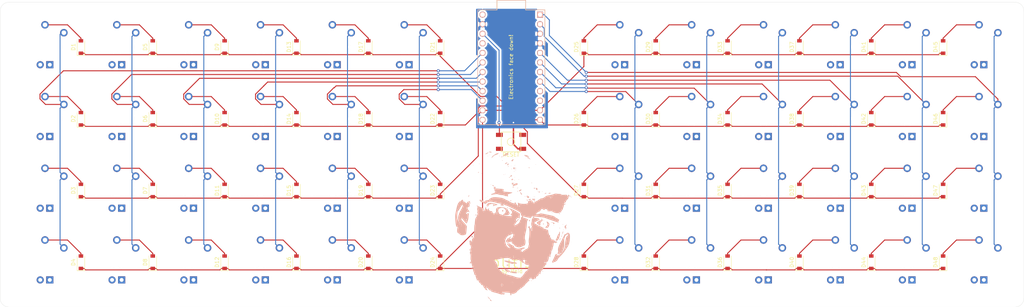
<source format=kicad_pcb>
(kicad_pcb (version 20171130) (host pcbnew "(5.1.5)-3")
  (layers (0 F.Cu signal) (31 B.Cu signal) (34 B.Paste user) (35 F.Paste user) (36 B.SilkS user) (37 F.SilkS user) (38 B.Mask user) (39 F.Mask user) (44 Edge.Cuts user))
  (net 0 "")
  (net 1 "Net-(D1-Pad2)")
  (net 2 ROW0)
  (net 3 "Net-(D2-Pad2)")
  (net 4 ROW1)
  (net 5 "Net-(D3-Pad2)")
  (net 6 ROW2)
  (net 7 "Net-(D4-Pad2)")
  (net 8 ROW3)
  (net 9 "Net-(D5-Pad2)")
  (net 10 "Net-(D6-Pad2)")
  (net 11 "Net-(D7-Pad2)")
  (net 12 "Net-(D8-Pad2)")
  (net 13 "Net-(D9-Pad2)")
  (net 14 "Net-(D10-Pad2)")
  (net 15 "Net-(D11-Pad2)")
  (net 16 "Net-(D12-Pad2)")
  (net 17 "Net-(D13-Pad2)")
  (net 18 "Net-(D14-Pad2)")
  (net 19 "Net-(D15-Pad2)")
  (net 20 "Net-(D16-Pad2)")
  (net 21 "Net-(D17-Pad2)")
  (net 22 "Net-(D18-Pad2)")
  (net 23 "Net-(D19-Pad2)")
  (net 24 "Net-(D20-Pad2)")
  (net 25 "Net-(D21-Pad2)")
  (net 26 "Net-(D22-Pad2)")
  (net 27 "Net-(D23-Pad2)")
  (net 28 "Net-(D24-Pad2)")
  (net 29 "Net-(D25-Pad2)")
  (net 30 "Net-(D26-Pad2)")
  (net 31 "Net-(D27-Pad2)")
  (net 32 "Net-(D28-Pad2)")
  (net 33 "Net-(D29-Pad2)")
  (net 34 "Net-(D30-Pad2)")
  (net 35 "Net-(D31-Pad2)")
  (net 36 "Net-(D32-Pad2)")
  (net 37 "Net-(D33-Pad2)")
  (net 38 "Net-(D34-Pad2)")
  (net 39 "Net-(D35-Pad2)")
  (net 40 "Net-(D36-Pad2)")
  (net 41 "Net-(D37-Pad2)")
  (net 42 "Net-(D38-Pad2)")
  (net 43 "Net-(D39-Pad2)")
  (net 44 "Net-(D40-Pad2)")
  (net 45 "Net-(D41-Pad2)")
  (net 46 "Net-(D42-Pad2)")
  (net 47 "Net-(D43-Pad2)")
  (net 48 "Net-(D44-Pad2)")
  (net 49 "Net-(D45-Pad2)")
  (net 50 "Net-(D46-Pad2)")
  (net 51 "Net-(D47-Pad2)")
  (net 52 "Net-(D48-Pad2)")
  (net 53 COL0)
  (net 54 COL1)
  (net 55 COL2)
  (net 56 COL3)
  (net 57 COL4)
  (net 58 COL5)
  (net 59 COL6)
  (net 60 COL7)
  (net 61 COL8)
  (net 62 COL9)
  (net 63 COL10)
  (net 64 COL11)
  (net 65 GND)
  (net 66 "Net-(SW1-Pad1)")
  (net 67 "Net-(U1-Pad24)")
  (net 68 +5V)
  (net 69 "Net-(U1-Pad10)")
  (net 70 "Net-(U1-Pad9)")
  (module Kailh_Choc:KailhChoc-1U (layer F.Cu) (at 44.45 25.4)
    (fp_text reference MX5)
    (fp_text value MX-NoLED)
    (pad 4 thru_hole rect (at 1.27 4.7) (size 1.905 1.905) (drill 1.04) (layers *.Cu B.Mask))
    (pad 3 thru_hole circle (at -1.27 4.7) (size 1.905 1.905) (drill 1.04) (layers *.Cu B.Mask))
    (pad "" np_thru_hole circle (at -5.22 4.2) (size 1.2 1.2) (drill 1.2) (layers *.Cu *.Mask))
    (pad "" np_thru_hole circle (at 5.5 0 48.1) (size 1.9 1.9) (drill 1.9) (layers *.Cu *.Mask))
    (pad "" np_thru_hole circle (at -5.5 0 48.1) (size 1.9 1.9) (drill 1.9) (layers *.Cu *.Mask))
    (pad 1 thru_hole circle (at 5 -3.8) (size 2 2) (drill 1.2) (layers *.Cu B.Mask) (net 54 COL1))
    (pad "" np_thru_hole circle (at 0 0) (size 3.4 3.4) (drill 3.4) (layers *.Cu *.Mask))
    (pad 2 thru_hole circle (at 0 -5.9) (size 2 2) (drill 1.2) (layers *.Cu B.Mask) (net 9 "Net-(D5-Pad2)"))
  )
  (module silkscreen:reid_face (layer B.Cu) (at 150.01875 73.025 180)
    (fp_text reference G*** hide)
    (fp_text value LOGO hide)
  )
  (module Kailh_Choc:KailhChoc-1U (layer F.Cu) (at 25.4 25.4)
    (fp_text reference MX1)
    (fp_text value MX-NoLED)
    (pad 4 thru_hole rect (at 1.27 4.7) (size 1.905 1.905) (drill 1.04) (layers *.Cu B.Mask))
    (pad 3 thru_hole circle (at -1.27 4.7) (size 1.905 1.905) (drill 1.04) (layers *.Cu B.Mask))
    (pad "" np_thru_hole circle (at -5.22 4.2) (size 1.2 1.2) (drill 1.2) (layers *.Cu *.Mask))
    (pad "" np_thru_hole circle (at 5.5 0 48.1) (size 1.9 1.9) (drill 1.9) (layers *.Cu *.Mask))
    (pad "" np_thru_hole circle (at -5.5 0 48.1) (size 1.9 1.9) (drill 1.9) (layers *.Cu *.Mask))
    (pad 1 thru_hole circle (at 5 -3.8) (size 2 2) (drill 1.2) (layers *.Cu B.Mask) (net 53 COL0))
    (pad "" np_thru_hole circle (at 0 0) (size 3.4 3.4) (drill 3.4) (layers *.Cu *.Mask))
    (pad 2 thru_hole circle (at 0 -5.9) (size 2 2) (drill 1.2) (layers *.Cu B.Mask) (net 1 "Net-(D1-Pad2)"))
  )
  (module Kailh_Choc:KailhChoc-1U (layer F.Cu) (at 120.65 25.4)
    (fp_text reference MX21)
    (fp_text value MX-NoLED)
    (pad 4 thru_hole rect (at 1.27 4.7) (size 1.905 1.905) (drill 1.04) (layers *.Cu B.Mask))
    (pad 3 thru_hole circle (at -1.27 4.7) (size 1.905 1.905) (drill 1.04) (layers *.Cu B.Mask))
    (pad "" np_thru_hole circle (at -5.22 4.2) (size 1.2 1.2) (drill 1.2) (layers *.Cu *.Mask))
    (pad "" np_thru_hole circle (at 5.5 0 48.1) (size 1.9 1.9) (drill 1.9) (layers *.Cu *.Mask))
    (pad "" np_thru_hole circle (at -5.5 0 48.1) (size 1.9 1.9) (drill 1.9) (layers *.Cu *.Mask))
    (pad 1 thru_hole circle (at 5 -3.8) (size 2 2) (drill 1.2) (layers *.Cu B.Mask) (net 58 COL5))
    (pad "" np_thru_hole circle (at 0 0) (size 3.4 3.4) (drill 3.4) (layers *.Cu *.Mask))
    (pad 2 thru_hole circle (at 0 -5.9) (size 2 2) (drill 1.2) (layers *.Cu B.Mask) (net 25 "Net-(D21-Pad2)"))
  )
  (module Kailh_Choc:KailhChoc-1U (layer F.Cu) (at 273.05 82.55)
    (fp_text reference MX48)
    (fp_text value MX-NoLED)
    (pad 4 thru_hole rect (at 1.27 4.7) (size 1.905 1.905) (drill 1.04) (layers *.Cu B.Mask))
    (pad 3 thru_hole circle (at -1.27 4.7) (size 1.905 1.905) (drill 1.04) (layers *.Cu B.Mask))
    (pad "" np_thru_hole circle (at -5.22 4.2) (size 1.2 1.2) (drill 1.2) (layers *.Cu *.Mask))
    (pad "" np_thru_hole circle (at 5.5 0 48.1) (size 1.9 1.9) (drill 1.9) (layers *.Cu *.Mask))
    (pad "" np_thru_hole circle (at -5.5 0 48.1) (size 1.9 1.9) (drill 1.9) (layers *.Cu *.Mask))
    (pad 1 thru_hole circle (at 5 -3.8) (size 2 2) (drill 1.2) (layers *.Cu B.Mask) (net 64 COL11))
    (pad "" np_thru_hole circle (at 0 0) (size 3.4 3.4) (drill 3.4) (layers *.Cu *.Mask))
    (pad 2 thru_hole circle (at 0 -5.9) (size 2 2) (drill 1.2) (layers *.Cu B.Mask) (net 52 "Net-(D48-Pad2)"))
  )
  (module Kailh_Choc:KailhChoc-1U (layer F.Cu) (at 273.05 63.5)
    (fp_text reference MX47)
    (fp_text value MX-NoLED)
    (pad 4 thru_hole rect (at 1.27 4.7) (size 1.905 1.905) (drill 1.04) (layers *.Cu B.Mask))
    (pad 3 thru_hole circle (at -1.27 4.7) (size 1.905 1.905) (drill 1.04) (layers *.Cu B.Mask))
    (pad "" np_thru_hole circle (at -5.22 4.2) (size 1.2 1.2) (drill 1.2) (layers *.Cu *.Mask))
    (pad "" np_thru_hole circle (at 5.5 0 48.1) (size 1.9 1.9) (drill 1.9) (layers *.Cu *.Mask))
    (pad "" np_thru_hole circle (at -5.5 0 48.1) (size 1.9 1.9) (drill 1.9) (layers *.Cu *.Mask))
    (pad 1 thru_hole circle (at 5 -3.8) (size 2 2) (drill 1.2) (layers *.Cu B.Mask) (net 64 COL11))
    (pad "" np_thru_hole circle (at 0 0) (size 3.4 3.4) (drill 3.4) (layers *.Cu *.Mask))
    (pad 2 thru_hole circle (at 0 -5.9) (size 2 2) (drill 1.2) (layers *.Cu B.Mask) (net 51 "Net-(D47-Pad2)"))
  )
  (module Kailh_Choc:KailhChoc-1U (layer F.Cu) (at 273.05 44.45)
    (fp_text reference MX46)
    (fp_text value MX-NoLED)
    (pad 4 thru_hole rect (at 1.27 4.7) (size 1.905 1.905) (drill 1.04) (layers *.Cu B.Mask))
    (pad 3 thru_hole circle (at -1.27 4.7) (size 1.905 1.905) (drill 1.04) (layers *.Cu B.Mask))
    (pad "" np_thru_hole circle (at -5.22 4.2) (size 1.2 1.2) (drill 1.2) (layers *.Cu *.Mask))
    (pad "" np_thru_hole circle (at 5.5 0 48.1) (size 1.9 1.9) (drill 1.9) (layers *.Cu *.Mask))
    (pad "" np_thru_hole circle (at -5.5 0 48.1) (size 1.9 1.9) (drill 1.9) (layers *.Cu *.Mask))
    (pad 1 thru_hole circle (at 5 -3.8) (size 2 2) (drill 1.2) (layers *.Cu B.Mask) (net 64 COL11))
    (pad "" np_thru_hole circle (at 0 0) (size 3.4 3.4) (drill 3.4) (layers *.Cu *.Mask))
    (pad 2 thru_hole circle (at 0 -5.9) (size 2 2) (drill 1.2) (layers *.Cu B.Mask) (net 50 "Net-(D46-Pad2)"))
  )
  (module Kailh_Choc:KailhChoc-1U (layer F.Cu) (at 273.05 25.4)
    (fp_text reference MX45)
    (fp_text value MX-NoLED)
    (pad 4 thru_hole rect (at 1.27 4.7) (size 1.905 1.905) (drill 1.04) (layers *.Cu B.Mask))
    (pad 3 thru_hole circle (at -1.27 4.7) (size 1.905 1.905) (drill 1.04) (layers *.Cu B.Mask))
    (pad "" np_thru_hole circle (at -5.22 4.2) (size 1.2 1.2) (drill 1.2) (layers *.Cu *.Mask))
    (pad "" np_thru_hole circle (at 5.5 0 48.1) (size 1.9 1.9) (drill 1.9) (layers *.Cu *.Mask))
    (pad "" np_thru_hole circle (at -5.5 0 48.1) (size 1.9 1.9) (drill 1.9) (layers *.Cu *.Mask))
    (pad 1 thru_hole circle (at 5 -3.8) (size 2 2) (drill 1.2) (layers *.Cu B.Mask) (net 64 COL11))
    (pad "" np_thru_hole circle (at 0 0) (size 3.4 3.4) (drill 3.4) (layers *.Cu *.Mask))
    (pad 2 thru_hole circle (at 0 -5.9) (size 2 2) (drill 1.2) (layers *.Cu B.Mask) (net 49 "Net-(D45-Pad2)"))
  )
  (module Kailh_Choc:KailhChoc-1U (layer F.Cu) (at 254 82.55)
    (fp_text reference MX44)
    (fp_text value MX-NoLED)
    (pad 4 thru_hole rect (at 1.27 4.7) (size 1.905 1.905) (drill 1.04) (layers *.Cu B.Mask))
    (pad 3 thru_hole circle (at -1.27 4.7) (size 1.905 1.905) (drill 1.04) (layers *.Cu B.Mask))
    (pad "" np_thru_hole circle (at -5.22 4.2) (size 1.2 1.2) (drill 1.2) (layers *.Cu *.Mask))
    (pad "" np_thru_hole circle (at 5.5 0 48.1) (size 1.9 1.9) (drill 1.9) (layers *.Cu *.Mask))
    (pad "" np_thru_hole circle (at -5.5 0 48.1) (size 1.9 1.9) (drill 1.9) (layers *.Cu *.Mask))
    (pad 1 thru_hole circle (at 5 -3.8) (size 2 2) (drill 1.2) (layers *.Cu B.Mask) (net 63 COL10))
    (pad "" np_thru_hole circle (at 0 0) (size 3.4 3.4) (drill 3.4) (layers *.Cu *.Mask))
    (pad 2 thru_hole circle (at 0 -5.9) (size 2 2) (drill 1.2) (layers *.Cu B.Mask) (net 48 "Net-(D44-Pad2)"))
  )
  (module Kailh_Choc:KailhChoc-1U (layer F.Cu) (at 254 63.5)
    (fp_text reference MX43)
    (fp_text value MX-NoLED)
    (pad 4 thru_hole rect (at 1.27 4.7) (size 1.905 1.905) (drill 1.04) (layers *.Cu B.Mask))
    (pad 3 thru_hole circle (at -1.27 4.7) (size 1.905 1.905) (drill 1.04) (layers *.Cu B.Mask))
    (pad "" np_thru_hole circle (at -5.22 4.2) (size 1.2 1.2) (drill 1.2) (layers *.Cu *.Mask))
    (pad "" np_thru_hole circle (at 5.5 0 48.1) (size 1.9 1.9) (drill 1.9) (layers *.Cu *.Mask))
    (pad "" np_thru_hole circle (at -5.5 0 48.1) (size 1.9 1.9) (drill 1.9) (layers *.Cu *.Mask))
    (pad 1 thru_hole circle (at 5 -3.8) (size 2 2) (drill 1.2) (layers *.Cu B.Mask) (net 63 COL10))
    (pad "" np_thru_hole circle (at 0 0) (size 3.4 3.4) (drill 3.4) (layers *.Cu *.Mask))
    (pad 2 thru_hole circle (at 0 -5.9) (size 2 2) (drill 1.2) (layers *.Cu B.Mask) (net 47 "Net-(D43-Pad2)"))
  )
  (module Kailh_Choc:KailhChoc-1U (layer F.Cu) (at 254 44.45)
    (fp_text reference MX42)
    (fp_text value MX-NoLED)
    (pad 4 thru_hole rect (at 1.27 4.7) (size 1.905 1.905) (drill 1.04) (layers *.Cu B.Mask))
    (pad 3 thru_hole circle (at -1.27 4.7) (size 1.905 1.905) (drill 1.04) (layers *.Cu B.Mask))
    (pad "" np_thru_hole circle (at -5.22 4.2) (size 1.2 1.2) (drill 1.2) (layers *.Cu *.Mask))
    (pad "" np_thru_hole circle (at 5.5 0 48.1) (size 1.9 1.9) (drill 1.9) (layers *.Cu *.Mask))
    (pad "" np_thru_hole circle (at -5.5 0 48.1) (size 1.9 1.9) (drill 1.9) (layers *.Cu *.Mask))
    (pad 1 thru_hole circle (at 5 -3.8) (size 2 2) (drill 1.2) (layers *.Cu B.Mask) (net 63 COL10))
    (pad "" np_thru_hole circle (at 0 0) (size 3.4 3.4) (drill 3.4) (layers *.Cu *.Mask))
    (pad 2 thru_hole circle (at 0 -5.9) (size 2 2) (drill 1.2) (layers *.Cu B.Mask) (net 46 "Net-(D42-Pad2)"))
  )
  (module Kailh_Choc:KailhChoc-1U (layer F.Cu) (at 254 25.4)
    (fp_text reference MX41)
    (fp_text value MX-NoLED)
    (pad 4 thru_hole rect (at 1.27 4.7) (size 1.905 1.905) (drill 1.04) (layers *.Cu B.Mask))
    (pad 3 thru_hole circle (at -1.27 4.7) (size 1.905 1.905) (drill 1.04) (layers *.Cu B.Mask))
    (pad "" np_thru_hole circle (at -5.22 4.2) (size 1.2 1.2) (drill 1.2) (layers *.Cu *.Mask))
    (pad "" np_thru_hole circle (at 5.5 0 48.1) (size 1.9 1.9) (drill 1.9) (layers *.Cu *.Mask))
    (pad "" np_thru_hole circle (at -5.5 0 48.1) (size 1.9 1.9) (drill 1.9) (layers *.Cu *.Mask))
    (pad 1 thru_hole circle (at 5 -3.8) (size 2 2) (drill 1.2) (layers *.Cu B.Mask) (net 63 COL10))
    (pad "" np_thru_hole circle (at 0 0) (size 3.4 3.4) (drill 3.4) (layers *.Cu *.Mask))
    (pad 2 thru_hole circle (at 0 -5.9) (size 2 2) (drill 1.2) (layers *.Cu B.Mask) (net 45 "Net-(D41-Pad2)"))
  )
  (module Kailh_Choc:KailhChoc-1U (layer F.Cu) (at 234.95 82.55)
    (fp_text reference MX40)
    (fp_text value MX-NoLED)
    (pad 4 thru_hole rect (at 1.27 4.7) (size 1.905 1.905) (drill 1.04) (layers *.Cu B.Mask))
    (pad 3 thru_hole circle (at -1.27 4.7) (size 1.905 1.905) (drill 1.04) (layers *.Cu B.Mask))
    (pad "" np_thru_hole circle (at -5.22 4.2) (size 1.2 1.2) (drill 1.2) (layers *.Cu *.Mask))
    (pad "" np_thru_hole circle (at 5.5 0 48.1) (size 1.9 1.9) (drill 1.9) (layers *.Cu *.Mask))
    (pad "" np_thru_hole circle (at -5.5 0 48.1) (size 1.9 1.9) (drill 1.9) (layers *.Cu *.Mask))
    (pad 1 thru_hole circle (at 5 -3.8) (size 2 2) (drill 1.2) (layers *.Cu B.Mask) (net 62 COL9))
    (pad "" np_thru_hole circle (at 0 0) (size 3.4 3.4) (drill 3.4) (layers *.Cu *.Mask))
    (pad 2 thru_hole circle (at 0 -5.9) (size 2 2) (drill 1.2) (layers *.Cu B.Mask) (net 44 "Net-(D40-Pad2)"))
  )
  (module Kailh_Choc:KailhChoc-1U (layer F.Cu) (at 234.95 63.5)
    (fp_text reference MX39)
    (fp_text value MX-NoLED)
    (pad 4 thru_hole rect (at 1.27 4.7) (size 1.905 1.905) (drill 1.04) (layers *.Cu B.Mask))
    (pad 3 thru_hole circle (at -1.27 4.7) (size 1.905 1.905) (drill 1.04) (layers *.Cu B.Mask))
    (pad "" np_thru_hole circle (at -5.22 4.2) (size 1.2 1.2) (drill 1.2) (layers *.Cu *.Mask))
    (pad "" np_thru_hole circle (at 5.5 0 48.1) (size 1.9 1.9) (drill 1.9) (layers *.Cu *.Mask))
    (pad "" np_thru_hole circle (at -5.5 0 48.1) (size 1.9 1.9) (drill 1.9) (layers *.Cu *.Mask))
    (pad 1 thru_hole circle (at 5 -3.8) (size 2 2) (drill 1.2) (layers *.Cu B.Mask) (net 62 COL9))
    (pad "" np_thru_hole circle (at 0 0) (size 3.4 3.4) (drill 3.4) (layers *.Cu *.Mask))
    (pad 2 thru_hole circle (at 0 -5.9) (size 2 2) (drill 1.2) (layers *.Cu B.Mask) (net 43 "Net-(D39-Pad2)"))
  )
  (module Kailh_Choc:KailhChoc-1U (layer F.Cu) (at 234.95 44.45)
    (fp_text reference MX38)
    (fp_text value MX-NoLED)
    (pad 4 thru_hole rect (at 1.27 4.7) (size 1.905 1.905) (drill 1.04) (layers *.Cu B.Mask))
    (pad 3 thru_hole circle (at -1.27 4.7) (size 1.905 1.905) (drill 1.04) (layers *.Cu B.Mask))
    (pad "" np_thru_hole circle (at -5.22 4.2) (size 1.2 1.2) (drill 1.2) (layers *.Cu *.Mask))
    (pad "" np_thru_hole circle (at 5.5 0 48.1) (size 1.9 1.9) (drill 1.9) (layers *.Cu *.Mask))
    (pad "" np_thru_hole circle (at -5.5 0 48.1) (size 1.9 1.9) (drill 1.9) (layers *.Cu *.Mask))
    (pad 1 thru_hole circle (at 5 -3.8) (size 2 2) (drill 1.2) (layers *.Cu B.Mask) (net 62 COL9))
    (pad "" np_thru_hole circle (at 0 0) (size 3.4 3.4) (drill 3.4) (layers *.Cu *.Mask))
    (pad 2 thru_hole circle (at 0 -5.9) (size 2 2) (drill 1.2) (layers *.Cu B.Mask) (net 42 "Net-(D38-Pad2)"))
  )
  (module Kailh_Choc:KailhChoc-1U (layer F.Cu) (at 234.95 25.4)
    (fp_text reference MX37)
    (fp_text value MX-NoLED)
    (pad 4 thru_hole rect (at 1.27 4.7) (size 1.905 1.905) (drill 1.04) (layers *.Cu B.Mask))
    (pad 3 thru_hole circle (at -1.27 4.7) (size 1.905 1.905) (drill 1.04) (layers *.Cu B.Mask))
    (pad "" np_thru_hole circle (at -5.22 4.2) (size 1.2 1.2) (drill 1.2) (layers *.Cu *.Mask))
    (pad "" np_thru_hole circle (at 5.5 0 48.1) (size 1.9 1.9) (drill 1.9) (layers *.Cu *.Mask))
    (pad "" np_thru_hole circle (at -5.5 0 48.1) (size 1.9 1.9) (drill 1.9) (layers *.Cu *.Mask))
    (pad 1 thru_hole circle (at 5 -3.8) (size 2 2) (drill 1.2) (layers *.Cu B.Mask) (net 62 COL9))
    (pad "" np_thru_hole circle (at 0 0) (size 3.4 3.4) (drill 3.4) (layers *.Cu *.Mask))
    (pad 2 thru_hole circle (at 0 -5.9) (size 2 2) (drill 1.2) (layers *.Cu B.Mask) (net 41 "Net-(D37-Pad2)"))
  )
  (module Kailh_Choc:KailhChoc-1U (layer F.Cu) (at 215.9 82.55)
    (fp_text reference MX36)
    (fp_text value MX-NoLED)
    (pad 4 thru_hole rect (at 1.27 4.7) (size 1.905 1.905) (drill 1.04) (layers *.Cu B.Mask))
    (pad 3 thru_hole circle (at -1.27 4.7) (size 1.905 1.905) (drill 1.04) (layers *.Cu B.Mask))
    (pad "" np_thru_hole circle (at -5.22 4.2) (size 1.2 1.2) (drill 1.2) (layers *.Cu *.Mask))
    (pad "" np_thru_hole circle (at 5.5 0 48.1) (size 1.9 1.9) (drill 1.9) (layers *.Cu *.Mask))
    (pad "" np_thru_hole circle (at -5.5 0 48.1) (size 1.9 1.9) (drill 1.9) (layers *.Cu *.Mask))
    (pad 1 thru_hole circle (at 5 -3.8) (size 2 2) (drill 1.2) (layers *.Cu B.Mask) (net 61 COL8))
    (pad "" np_thru_hole circle (at 0 0) (size 3.4 3.4) (drill 3.4) (layers *.Cu *.Mask))
    (pad 2 thru_hole circle (at 0 -5.9) (size 2 2) (drill 1.2) (layers *.Cu B.Mask) (net 40 "Net-(D36-Pad2)"))
  )
  (module Kailh_Choc:KailhChoc-1U (layer F.Cu) (at 215.9 63.5)
    (fp_text reference MX35)
    (fp_text value MX-NoLED)
    (pad 4 thru_hole rect (at 1.27 4.7) (size 1.905 1.905) (drill 1.04) (layers *.Cu B.Mask))
    (pad 3 thru_hole circle (at -1.27 4.7) (size 1.905 1.905) (drill 1.04) (layers *.Cu B.Mask))
    (pad "" np_thru_hole circle (at -5.22 4.2) (size 1.2 1.2) (drill 1.2) (layers *.Cu *.Mask))
    (pad "" np_thru_hole circle (at 5.5 0 48.1) (size 1.9 1.9) (drill 1.9) (layers *.Cu *.Mask))
    (pad "" np_thru_hole circle (at -5.5 0 48.1) (size 1.9 1.9) (drill 1.9) (layers *.Cu *.Mask))
    (pad 1 thru_hole circle (at 5 -3.8) (size 2 2) (drill 1.2) (layers *.Cu B.Mask) (net 61 COL8))
    (pad "" np_thru_hole circle (at 0 0) (size 3.4 3.4) (drill 3.4) (layers *.Cu *.Mask))
    (pad 2 thru_hole circle (at 0 -5.9) (size 2 2) (drill 1.2) (layers *.Cu B.Mask) (net 39 "Net-(D35-Pad2)"))
  )
  (module Kailh_Choc:KailhChoc-1U (layer F.Cu) (at 215.9 44.45)
    (fp_text reference MX34)
    (fp_text value MX-NoLED)
    (pad 4 thru_hole rect (at 1.27 4.7) (size 1.905 1.905) (drill 1.04) (layers *.Cu B.Mask))
    (pad 3 thru_hole circle (at -1.27 4.7) (size 1.905 1.905) (drill 1.04) (layers *.Cu B.Mask))
    (pad "" np_thru_hole circle (at -5.22 4.2) (size 1.2 1.2) (drill 1.2) (layers *.Cu *.Mask))
    (pad "" np_thru_hole circle (at 5.5 0 48.1) (size 1.9 1.9) (drill 1.9) (layers *.Cu *.Mask))
    (pad "" np_thru_hole circle (at -5.5 0 48.1) (size 1.9 1.9) (drill 1.9) (layers *.Cu *.Mask))
    (pad 1 thru_hole circle (at 5 -3.8) (size 2 2) (drill 1.2) (layers *.Cu B.Mask) (net 61 COL8))
    (pad "" np_thru_hole circle (at 0 0) (size 3.4 3.4) (drill 3.4) (layers *.Cu *.Mask))
    (pad 2 thru_hole circle (at 0 -5.9) (size 2 2) (drill 1.2) (layers *.Cu B.Mask) (net 38 "Net-(D34-Pad2)"))
  )
  (module Kailh_Choc:KailhChoc-1U (layer F.Cu) (at 215.9 25.4)
    (fp_text reference MX33)
    (fp_text value MX-NoLED)
    (pad 4 thru_hole rect (at 1.27 4.7) (size 1.905 1.905) (drill 1.04) (layers *.Cu B.Mask))
    (pad 3 thru_hole circle (at -1.27 4.7) (size 1.905 1.905) (drill 1.04) (layers *.Cu B.Mask))
    (pad "" np_thru_hole circle (at -5.22 4.2) (size 1.2 1.2) (drill 1.2) (layers *.Cu *.Mask))
    (pad "" np_thru_hole circle (at 5.5 0 48.1) (size 1.9 1.9) (drill 1.9) (layers *.Cu *.Mask))
    (pad "" np_thru_hole circle (at -5.5 0 48.1) (size 1.9 1.9) (drill 1.9) (layers *.Cu *.Mask))
    (pad 1 thru_hole circle (at 5 -3.8) (size 2 2) (drill 1.2) (layers *.Cu B.Mask) (net 61 COL8))
    (pad "" np_thru_hole circle (at 0 0) (size 3.4 3.4) (drill 3.4) (layers *.Cu *.Mask))
    (pad 2 thru_hole circle (at 0 -5.9) (size 2 2) (drill 1.2) (layers *.Cu B.Mask) (net 37 "Net-(D33-Pad2)"))
  )
  (module Kailh_Choc:KailhChoc-1U (layer F.Cu) (at 196.85 82.55)
    (fp_text reference MX32)
    (fp_text value MX-NoLED)
    (pad 4 thru_hole rect (at 1.27 4.7) (size 1.905 1.905) (drill 1.04) (layers *.Cu B.Mask))
    (pad 3 thru_hole circle (at -1.27 4.7) (size 1.905 1.905) (drill 1.04) (layers *.Cu B.Mask))
    (pad "" np_thru_hole circle (at -5.22 4.2) (size 1.2 1.2) (drill 1.2) (layers *.Cu *.Mask))
    (pad "" np_thru_hole circle (at 5.5 0 48.1) (size 1.9 1.9) (drill 1.9) (layers *.Cu *.Mask))
    (pad "" np_thru_hole circle (at -5.5 0 48.1) (size 1.9 1.9) (drill 1.9) (layers *.Cu *.Mask))
    (pad 1 thru_hole circle (at 5 -3.8) (size 2 2) (drill 1.2) (layers *.Cu B.Mask) (net 60 COL7))
    (pad "" np_thru_hole circle (at 0 0) (size 3.4 3.4) (drill 3.4) (layers *.Cu *.Mask))
    (pad 2 thru_hole circle (at 0 -5.9) (size 2 2) (drill 1.2) (layers *.Cu B.Mask) (net 36 "Net-(D32-Pad2)"))
  )
  (module Kailh_Choc:KailhChoc-1U (layer F.Cu) (at 196.85 63.5)
    (fp_text reference MX31)
    (fp_text value MX-NoLED)
    (pad 4 thru_hole rect (at 1.27 4.7) (size 1.905 1.905) (drill 1.04) (layers *.Cu B.Mask))
    (pad 3 thru_hole circle (at -1.27 4.7) (size 1.905 1.905) (drill 1.04) (layers *.Cu B.Mask))
    (pad "" np_thru_hole circle (at -5.22 4.2) (size 1.2 1.2) (drill 1.2) (layers *.Cu *.Mask))
    (pad "" np_thru_hole circle (at 5.5 0 48.1) (size 1.9 1.9) (drill 1.9) (layers *.Cu *.Mask))
    (pad "" np_thru_hole circle (at -5.5 0 48.1) (size 1.9 1.9) (drill 1.9) (layers *.Cu *.Mask))
    (pad 1 thru_hole circle (at 5 -3.8) (size 2 2) (drill 1.2) (layers *.Cu B.Mask) (net 60 COL7))
    (pad "" np_thru_hole circle (at 0 0) (size 3.4 3.4) (drill 3.4) (layers *.Cu *.Mask))
    (pad 2 thru_hole circle (at 0 -5.9) (size 2 2) (drill 1.2) (layers *.Cu B.Mask) (net 35 "Net-(D31-Pad2)"))
  )
  (module Kailh_Choc:KailhChoc-1U (layer F.Cu) (at 196.85 44.45)
    (fp_text reference MX30)
    (fp_text value MX-NoLED)
    (pad 4 thru_hole rect (at 1.27 4.7) (size 1.905 1.905) (drill 1.04) (layers *.Cu B.Mask))
    (pad 3 thru_hole circle (at -1.27 4.7) (size 1.905 1.905) (drill 1.04) (layers *.Cu B.Mask))
    (pad "" np_thru_hole circle (at -5.22 4.2) (size 1.2 1.2) (drill 1.2) (layers *.Cu *.Mask))
    (pad "" np_thru_hole circle (at 5.5 0 48.1) (size 1.9 1.9) (drill 1.9) (layers *.Cu *.Mask))
    (pad "" np_thru_hole circle (at -5.5 0 48.1) (size 1.9 1.9) (drill 1.9) (layers *.Cu *.Mask))
    (pad 1 thru_hole circle (at 5 -3.8) (size 2 2) (drill 1.2) (layers *.Cu B.Mask) (net 60 COL7))
    (pad "" np_thru_hole circle (at 0 0) (size 3.4 3.4) (drill 3.4) (layers *.Cu *.Mask))
    (pad 2 thru_hole circle (at 0 -5.9) (size 2 2) (drill 1.2) (layers *.Cu B.Mask) (net 34 "Net-(D30-Pad2)"))
  )
  (module Kailh_Choc:KailhChoc-1U (layer F.Cu) (at 196.85 25.4)
    (fp_text reference MX29)
    (fp_text value MX-NoLED)
    (pad 4 thru_hole rect (at 1.27 4.7) (size 1.905 1.905) (drill 1.04) (layers *.Cu B.Mask))
    (pad 3 thru_hole circle (at -1.27 4.7) (size 1.905 1.905) (drill 1.04) (layers *.Cu B.Mask))
    (pad "" np_thru_hole circle (at -5.22 4.2) (size 1.2 1.2) (drill 1.2) (layers *.Cu *.Mask))
    (pad "" np_thru_hole circle (at 5.5 0 48.1) (size 1.9 1.9) (drill 1.9) (layers *.Cu *.Mask))
    (pad "" np_thru_hole circle (at -5.5 0 48.1) (size 1.9 1.9) (drill 1.9) (layers *.Cu *.Mask))
    (pad 1 thru_hole circle (at 5 -3.8) (size 2 2) (drill 1.2) (layers *.Cu B.Mask) (net 60 COL7))
    (pad "" np_thru_hole circle (at 0 0) (size 3.4 3.4) (drill 3.4) (layers *.Cu *.Mask))
    (pad 2 thru_hole circle (at 0 -5.9) (size 2 2) (drill 1.2) (layers *.Cu B.Mask) (net 33 "Net-(D29-Pad2)"))
  )
  (module Kailh_Choc:KailhChoc-1U (layer F.Cu) (at 177.8 82.55)
    (fp_text reference MX28)
    (fp_text value MX-NoLED)
    (pad 4 thru_hole rect (at 1.27 4.7) (size 1.905 1.905) (drill 1.04) (layers *.Cu B.Mask))
    (pad 3 thru_hole circle (at -1.27 4.7) (size 1.905 1.905) (drill 1.04) (layers *.Cu B.Mask))
    (pad "" np_thru_hole circle (at -5.22 4.2) (size 1.2 1.2) (drill 1.2) (layers *.Cu *.Mask))
    (pad "" np_thru_hole circle (at 5.5 0 48.1) (size 1.9 1.9) (drill 1.9) (layers *.Cu *.Mask))
    (pad "" np_thru_hole circle (at -5.5 0 48.1) (size 1.9 1.9) (drill 1.9) (layers *.Cu *.Mask))
    (pad 1 thru_hole circle (at 5 -3.8) (size 2 2) (drill 1.2) (layers *.Cu B.Mask) (net 59 COL6))
    (pad "" np_thru_hole circle (at 0 0) (size 3.4 3.4) (drill 3.4) (layers *.Cu *.Mask))
    (pad 2 thru_hole circle (at 0 -5.9) (size 2 2) (drill 1.2) (layers *.Cu B.Mask) (net 32 "Net-(D28-Pad2)"))
  )
  (module Kailh_Choc:KailhChoc-1U (layer F.Cu) (at 177.8 63.5)
    (fp_text reference MX27)
    (fp_text value MX-NoLED)
    (pad 4 thru_hole rect (at 1.27 4.7) (size 1.905 1.905) (drill 1.04) (layers *.Cu B.Mask))
    (pad 3 thru_hole circle (at -1.27 4.7) (size 1.905 1.905) (drill 1.04) (layers *.Cu B.Mask))
    (pad "" np_thru_hole circle (at -5.22 4.2) (size 1.2 1.2) (drill 1.2) (layers *.Cu *.Mask))
    (pad "" np_thru_hole circle (at 5.5 0 48.1) (size 1.9 1.9) (drill 1.9) (layers *.Cu *.Mask))
    (pad "" np_thru_hole circle (at -5.5 0 48.1) (size 1.9 1.9) (drill 1.9) (layers *.Cu *.Mask))
    (pad 1 thru_hole circle (at 5 -3.8) (size 2 2) (drill 1.2) (layers *.Cu B.Mask) (net 59 COL6))
    (pad "" np_thru_hole circle (at 0 0) (size 3.4 3.4) (drill 3.4) (layers *.Cu *.Mask))
    (pad 2 thru_hole circle (at 0 -5.9) (size 2 2) (drill 1.2) (layers *.Cu B.Mask) (net 31 "Net-(D27-Pad2)"))
  )
  (module Kailh_Choc:KailhChoc-1U (layer F.Cu) (at 177.8 44.45)
    (fp_text reference MX26)
    (fp_text value MX-NoLED)
    (pad 4 thru_hole rect (at 1.27 4.7) (size 1.905 1.905) (drill 1.04) (layers *.Cu B.Mask))
    (pad 3 thru_hole circle (at -1.27 4.7) (size 1.905 1.905) (drill 1.04) (layers *.Cu B.Mask))
    (pad "" np_thru_hole circle (at -5.22 4.2) (size 1.2 1.2) (drill 1.2) (layers *.Cu *.Mask))
    (pad "" np_thru_hole circle (at 5.5 0 48.1) (size 1.9 1.9) (drill 1.9) (layers *.Cu *.Mask))
    (pad "" np_thru_hole circle (at -5.5 0 48.1) (size 1.9 1.9) (drill 1.9) (layers *.Cu *.Mask))
    (pad 1 thru_hole circle (at 5 -3.8) (size 2 2) (drill 1.2) (layers *.Cu B.Mask) (net 59 COL6))
    (pad "" np_thru_hole circle (at 0 0) (size 3.4 3.4) (drill 3.4) (layers *.Cu *.Mask))
    (pad 2 thru_hole circle (at 0 -5.9) (size 2 2) (drill 1.2) (layers *.Cu B.Mask) (net 30 "Net-(D26-Pad2)"))
  )
  (module Kailh_Choc:KailhChoc-1U (layer F.Cu) (at 177.8 25.4)
    (fp_text reference MX25)
    (fp_text value MX-NoLED)
    (pad 4 thru_hole rect (at 1.27 4.7) (size 1.905 1.905) (drill 1.04) (layers *.Cu B.Mask))
    (pad 3 thru_hole circle (at -1.27 4.7) (size 1.905 1.905) (drill 1.04) (layers *.Cu B.Mask))
    (pad "" np_thru_hole circle (at -5.22 4.2) (size 1.2 1.2) (drill 1.2) (layers *.Cu *.Mask))
    (pad "" np_thru_hole circle (at 5.5 0 48.1) (size 1.9 1.9) (drill 1.9) (layers *.Cu *.Mask))
    (pad "" np_thru_hole circle (at -5.5 0 48.1) (size 1.9 1.9) (drill 1.9) (layers *.Cu *.Mask))
    (pad 1 thru_hole circle (at 5 -3.8) (size 2 2) (drill 1.2) (layers *.Cu B.Mask) (net 59 COL6))
    (pad "" np_thru_hole circle (at 0 0) (size 3.4 3.4) (drill 3.4) (layers *.Cu *.Mask))
    (pad 2 thru_hole circle (at 0 -5.9) (size 2 2) (drill 1.2) (layers *.Cu B.Mask) (net 29 "Net-(D25-Pad2)"))
  )
  (module Kailh_Choc:KailhChoc-1U (layer F.Cu) (at 120.65 82.55)
    (fp_text reference MX24)
    (fp_text value MX-NoLED)
    (pad 4 thru_hole rect (at 1.27 4.7) (size 1.905 1.905) (drill 1.04) (layers *.Cu B.Mask))
    (pad 3 thru_hole circle (at -1.27 4.7) (size 1.905 1.905) (drill 1.04) (layers *.Cu B.Mask))
    (pad "" np_thru_hole circle (at -5.22 4.2) (size 1.2 1.2) (drill 1.2) (layers *.Cu *.Mask))
    (pad "" np_thru_hole circle (at 5.5 0 48.1) (size 1.9 1.9) (drill 1.9) (layers *.Cu *.Mask))
    (pad "" np_thru_hole circle (at -5.5 0 48.1) (size 1.9 1.9) (drill 1.9) (layers *.Cu *.Mask))
    (pad 1 thru_hole circle (at 5 -3.8) (size 2 2) (drill 1.2) (layers *.Cu B.Mask) (net 58 COL5))
    (pad "" np_thru_hole circle (at 0 0) (size 3.4 3.4) (drill 3.4) (layers *.Cu *.Mask))
    (pad 2 thru_hole circle (at 0 -5.9) (size 2 2) (drill 1.2) (layers *.Cu B.Mask) (net 28 "Net-(D24-Pad2)"))
  )
  (module Kailh_Choc:KailhChoc-1U (layer F.Cu) (at 120.65 63.5)
    (fp_text reference MX23)
    (fp_text value MX-NoLED)
    (pad 4 thru_hole rect (at 1.27 4.7) (size 1.905 1.905) (drill 1.04) (layers *.Cu B.Mask))
    (pad 3 thru_hole circle (at -1.27 4.7) (size 1.905 1.905) (drill 1.04) (layers *.Cu B.Mask))
    (pad "" np_thru_hole circle (at -5.22 4.2) (size 1.2 1.2) (drill 1.2) (layers *.Cu *.Mask))
    (pad "" np_thru_hole circle (at 5.5 0 48.1) (size 1.9 1.9) (drill 1.9) (layers *.Cu *.Mask))
    (pad "" np_thru_hole circle (at -5.5 0 48.1) (size 1.9 1.9) (drill 1.9) (layers *.Cu *.Mask))
    (pad 1 thru_hole circle (at 5 -3.8) (size 2 2) (drill 1.2) (layers *.Cu B.Mask) (net 58 COL5))
    (pad "" np_thru_hole circle (at 0 0) (size 3.4 3.4) (drill 3.4) (layers *.Cu *.Mask))
    (pad 2 thru_hole circle (at 0 -5.9) (size 2 2) (drill 1.2) (layers *.Cu B.Mask) (net 27 "Net-(D23-Pad2)"))
  )
  (module Kailh_Choc:KailhChoc-1U (layer F.Cu) (at 120.65 44.45)
    (fp_text reference MX22)
    (fp_text value MX-NoLED)
    (pad 4 thru_hole rect (at 1.27 4.7) (size 1.905 1.905) (drill 1.04) (layers *.Cu B.Mask))
    (pad 3 thru_hole circle (at -1.27 4.7) (size 1.905 1.905) (drill 1.04) (layers *.Cu B.Mask))
    (pad "" np_thru_hole circle (at -5.22 4.2) (size 1.2 1.2) (drill 1.2) (layers *.Cu *.Mask))
    (pad "" np_thru_hole circle (at 5.5 0 48.1) (size 1.9 1.9) (drill 1.9) (layers *.Cu *.Mask))
    (pad "" np_thru_hole circle (at -5.5 0 48.1) (size 1.9 1.9) (drill 1.9) (layers *.Cu *.Mask))
    (pad 1 thru_hole circle (at 5 -3.8) (size 2 2) (drill 1.2) (layers *.Cu B.Mask) (net 58 COL5))
    (pad "" np_thru_hole circle (at 0 0) (size 3.4 3.4) (drill 3.4) (layers *.Cu *.Mask))
    (pad 2 thru_hole circle (at 0 -5.9) (size 2 2) (drill 1.2) (layers *.Cu B.Mask) (net 26 "Net-(D22-Pad2)"))
  )
  (module Kailh_Choc:KailhChoc-1U (layer F.Cu) (at 101.6 82.55)
    (fp_text reference MX20)
    (fp_text value MX-NoLED)
    (pad 4 thru_hole rect (at 1.27 4.7) (size 1.905 1.905) (drill 1.04) (layers *.Cu B.Mask))
    (pad 3 thru_hole circle (at -1.27 4.7) (size 1.905 1.905) (drill 1.04) (layers *.Cu B.Mask))
    (pad "" np_thru_hole circle (at -5.22 4.2) (size 1.2 1.2) (drill 1.2) (layers *.Cu *.Mask))
    (pad "" np_thru_hole circle (at 5.5 0 48.1) (size 1.9 1.9) (drill 1.9) (layers *.Cu *.Mask))
    (pad "" np_thru_hole circle (at -5.5 0 48.1) (size 1.9 1.9) (drill 1.9) (layers *.Cu *.Mask))
    (pad 1 thru_hole circle (at 5 -3.8) (size 2 2) (drill 1.2) (layers *.Cu B.Mask) (net 57 COL4))
    (pad "" np_thru_hole circle (at 0 0) (size 3.4 3.4) (drill 3.4) (layers *.Cu *.Mask))
    (pad 2 thru_hole circle (at 0 -5.9) (size 2 2) (drill 1.2) (layers *.Cu B.Mask) (net 24 "Net-(D20-Pad2)"))
  )
  (module Kailh_Choc:KailhChoc-1U (layer F.Cu) (at 101.6 63.5)
    (fp_text reference MX19)
    (fp_text value MX-NoLED)
    (pad 4 thru_hole rect (at 1.27 4.7) (size 1.905 1.905) (drill 1.04) (layers *.Cu B.Mask))
    (pad 3 thru_hole circle (at -1.27 4.7) (size 1.905 1.905) (drill 1.04) (layers *.Cu B.Mask))
    (pad "" np_thru_hole circle (at -5.22 4.2) (size 1.2 1.2) (drill 1.2) (layers *.Cu *.Mask))
    (pad "" np_thru_hole circle (at 5.5 0 48.1) (size 1.9 1.9) (drill 1.9) (layers *.Cu *.Mask))
    (pad "" np_thru_hole circle (at -5.5 0 48.1) (size 1.9 1.9) (drill 1.9) (layers *.Cu *.Mask))
    (pad 1 thru_hole circle (at 5 -3.8) (size 2 2) (drill 1.2) (layers *.Cu B.Mask) (net 57 COL4))
    (pad "" np_thru_hole circle (at 0 0) (size 3.4 3.4) (drill 3.4) (layers *.Cu *.Mask))
    (pad 2 thru_hole circle (at 0 -5.9) (size 2 2) (drill 1.2) (layers *.Cu B.Mask) (net 23 "Net-(D19-Pad2)"))
  )
  (module Kailh_Choc:KailhChoc-1U (layer F.Cu) (at 101.6 44.45)
    (fp_text reference MX18)
    (fp_text value MX-NoLED)
    (pad 4 thru_hole rect (at 1.27 4.7) (size 1.905 1.905) (drill 1.04) (layers *.Cu B.Mask))
    (pad 3 thru_hole circle (at -1.27 4.7) (size 1.905 1.905) (drill 1.04) (layers *.Cu B.Mask))
    (pad "" np_thru_hole circle (at -5.22 4.2) (size 1.2 1.2) (drill 1.2) (layers *.Cu *.Mask))
    (pad "" np_thru_hole circle (at 5.5 0 48.1) (size 1.9 1.9) (drill 1.9) (layers *.Cu *.Mask))
    (pad "" np_thru_hole circle (at -5.5 0 48.1) (size 1.9 1.9) (drill 1.9) (layers *.Cu *.Mask))
    (pad 1 thru_hole circle (at 5 -3.8) (size 2 2) (drill 1.2) (layers *.Cu B.Mask) (net 57 COL4))
    (pad "" np_thru_hole circle (at 0 0) (size 3.4 3.4) (drill 3.4) (layers *.Cu *.Mask))
    (pad 2 thru_hole circle (at 0 -5.9) (size 2 2) (drill 1.2) (layers *.Cu B.Mask) (net 22 "Net-(D18-Pad2)"))
  )
  (module Kailh_Choc:KailhChoc-1U (layer F.Cu) (at 101.6 25.4)
    (fp_text reference MX17)
    (fp_text value MX-NoLED)
    (pad 4 thru_hole rect (at 1.27 4.7) (size 1.905 1.905) (drill 1.04) (layers *.Cu B.Mask))
    (pad 3 thru_hole circle (at -1.27 4.7) (size 1.905 1.905) (drill 1.04) (layers *.Cu B.Mask))
    (pad "" np_thru_hole circle (at -5.22 4.2) (size 1.2 1.2) (drill 1.2) (layers *.Cu *.Mask))
    (pad "" np_thru_hole circle (at 5.5 0 48.1) (size 1.9 1.9) (drill 1.9) (layers *.Cu *.Mask))
    (pad "" np_thru_hole circle (at -5.5 0 48.1) (size 1.9 1.9) (drill 1.9) (layers *.Cu *.Mask))
    (pad 1 thru_hole circle (at 5 -3.8) (size 2 2) (drill 1.2) (layers *.Cu B.Mask) (net 57 COL4))
    (pad "" np_thru_hole circle (at 0 0) (size 3.4 3.4) (drill 3.4) (layers *.Cu *.Mask))
    (pad 2 thru_hole circle (at 0 -5.9) (size 2 2) (drill 1.2) (layers *.Cu B.Mask) (net 21 "Net-(D17-Pad2)"))
  )
  (module Kailh_Choc:KailhChoc-1U (layer F.Cu) (at 82.55 82.55)
    (fp_text reference MX16)
    (fp_text value MX-NoLED)
    (pad 4 thru_hole rect (at 1.27 4.7) (size 1.905 1.905) (drill 1.04) (layers *.Cu B.Mask))
    (pad 3 thru_hole circle (at -1.27 4.7) (size 1.905 1.905) (drill 1.04) (layers *.Cu B.Mask))
    (pad "" np_thru_hole circle (at -5.22 4.2) (size 1.2 1.2) (drill 1.2) (layers *.Cu *.Mask))
    (pad "" np_thru_hole circle (at 5.5 0 48.1) (size 1.9 1.9) (drill 1.9) (layers *.Cu *.Mask))
    (pad "" np_thru_hole circle (at -5.5 0 48.1) (size 1.9 1.9) (drill 1.9) (layers *.Cu *.Mask))
    (pad 1 thru_hole circle (at 5 -3.8) (size 2 2) (drill 1.2) (layers *.Cu B.Mask) (net 56 COL3))
    (pad "" np_thru_hole circle (at 0 0) (size 3.4 3.4) (drill 3.4) (layers *.Cu *.Mask))
    (pad 2 thru_hole circle (at 0 -5.9) (size 2 2) (drill 1.2) (layers *.Cu B.Mask) (net 20 "Net-(D16-Pad2)"))
  )
  (module Kailh_Choc:KailhChoc-1U (layer F.Cu) (at 82.55 63.5)
    (fp_text reference MX15)
    (fp_text value MX-NoLED)
    (pad 4 thru_hole rect (at 1.27 4.7) (size 1.905 1.905) (drill 1.04) (layers *.Cu B.Mask))
    (pad 3 thru_hole circle (at -1.27 4.7) (size 1.905 1.905) (drill 1.04) (layers *.Cu B.Mask))
    (pad "" np_thru_hole circle (at -5.22 4.2) (size 1.2 1.2) (drill 1.2) (layers *.Cu *.Mask))
    (pad "" np_thru_hole circle (at 5.5 0 48.1) (size 1.9 1.9) (drill 1.9) (layers *.Cu *.Mask))
    (pad "" np_thru_hole circle (at -5.5 0 48.1) (size 1.9 1.9) (drill 1.9) (layers *.Cu *.Mask))
    (pad 1 thru_hole circle (at 5 -3.8) (size 2 2) (drill 1.2) (layers *.Cu B.Mask) (net 56 COL3))
    (pad "" np_thru_hole circle (at 0 0) (size 3.4 3.4) (drill 3.4) (layers *.Cu *.Mask))
    (pad 2 thru_hole circle (at 0 -5.9) (size 2 2) (drill 1.2) (layers *.Cu B.Mask) (net 19 "Net-(D15-Pad2)"))
  )
  (module Kailh_Choc:KailhChoc-1U (layer F.Cu) (at 82.55 44.45)
    (fp_text reference MX14)
    (fp_text value MX-NoLED)
    (pad 4 thru_hole rect (at 1.27 4.7) (size 1.905 1.905) (drill 1.04) (layers *.Cu B.Mask))
    (pad 3 thru_hole circle (at -1.27 4.7) (size 1.905 1.905) (drill 1.04) (layers *.Cu B.Mask))
    (pad "" np_thru_hole circle (at -5.22 4.2) (size 1.2 1.2) (drill 1.2) (layers *.Cu *.Mask))
    (pad "" np_thru_hole circle (at 5.5 0 48.1) (size 1.9 1.9) (drill 1.9) (layers *.Cu *.Mask))
    (pad "" np_thru_hole circle (at -5.5 0 48.1) (size 1.9 1.9) (drill 1.9) (layers *.Cu *.Mask))
    (pad 1 thru_hole circle (at 5 -3.8) (size 2 2) (drill 1.2) (layers *.Cu B.Mask) (net 56 COL3))
    (pad "" np_thru_hole circle (at 0 0) (size 3.4 3.4) (drill 3.4) (layers *.Cu *.Mask))
    (pad 2 thru_hole circle (at 0 -5.9) (size 2 2) (drill 1.2) (layers *.Cu B.Mask) (net 18 "Net-(D14-Pad2)"))
  )
  (module Kailh_Choc:KailhChoc-1U (layer F.Cu) (at 82.55 25.4)
    (fp_text reference MX13)
    (fp_text value MX-NoLED)
    (pad 4 thru_hole rect (at 1.27 4.7) (size 1.905 1.905) (drill 1.04) (layers *.Cu B.Mask))
    (pad 3 thru_hole circle (at -1.27 4.7) (size 1.905 1.905) (drill 1.04) (layers *.Cu B.Mask))
    (pad "" np_thru_hole circle (at -5.22 4.2) (size 1.2 1.2) (drill 1.2) (layers *.Cu *.Mask))
    (pad "" np_thru_hole circle (at 5.5 0 48.1) (size 1.9 1.9) (drill 1.9) (layers *.Cu *.Mask))
    (pad "" np_thru_hole circle (at -5.5 0 48.1) (size 1.9 1.9) (drill 1.9) (layers *.Cu *.Mask))
    (pad 1 thru_hole circle (at 5 -3.8) (size 2 2) (drill 1.2) (layers *.Cu B.Mask) (net 56 COL3))
    (pad "" np_thru_hole circle (at 0 0) (size 3.4 3.4) (drill 3.4) (layers *.Cu *.Mask))
    (pad 2 thru_hole circle (at 0 -5.9) (size 2 2) (drill 1.2) (layers *.Cu B.Mask) (net 17 "Net-(D13-Pad2)"))
  )
  (module Kailh_Choc:KailhChoc-1U (layer F.Cu) (at 63.5 82.55)
    (fp_text reference MX12)
    (fp_text value MX-NoLED)
    (pad 4 thru_hole rect (at 1.27 4.7) (size 1.905 1.905) (drill 1.04) (layers *.Cu B.Mask))
    (pad 3 thru_hole circle (at -1.27 4.7) (size 1.905 1.905) (drill 1.04) (layers *.Cu B.Mask))
    (pad "" np_thru_hole circle (at -5.22 4.2) (size 1.2 1.2) (drill 1.2) (layers *.Cu *.Mask))
    (pad "" np_thru_hole circle (at 5.5 0 48.1) (size 1.9 1.9) (drill 1.9) (layers *.Cu *.Mask))
    (pad "" np_thru_hole circle (at -5.5 0 48.1) (size 1.9 1.9) (drill 1.9) (layers *.Cu *.Mask))
    (pad 1 thru_hole circle (at 5 -3.8) (size 2 2) (drill 1.2) (layers *.Cu B.Mask) (net 55 COL2))
    (pad "" np_thru_hole circle (at 0 0) (size 3.4 3.4) (drill 3.4) (layers *.Cu *.Mask))
    (pad 2 thru_hole circle (at 0 -5.9) (size 2 2) (drill 1.2) (layers *.Cu B.Mask) (net 16 "Net-(D12-Pad2)"))
  )
  (module Kailh_Choc:KailhChoc-1U (layer F.Cu) (at 63.5 63.5)
    (fp_text reference MX11)
    (fp_text value MX-NoLED)
    (pad 4 thru_hole rect (at 1.27 4.7) (size 1.905 1.905) (drill 1.04) (layers *.Cu B.Mask))
    (pad 3 thru_hole circle (at -1.27 4.7) (size 1.905 1.905) (drill 1.04) (layers *.Cu B.Mask))
    (pad "" np_thru_hole circle (at -5.22 4.2) (size 1.2 1.2) (drill 1.2) (layers *.Cu *.Mask))
    (pad "" np_thru_hole circle (at 5.5 0 48.1) (size 1.9 1.9) (drill 1.9) (layers *.Cu *.Mask))
    (pad "" np_thru_hole circle (at -5.5 0 48.1) (size 1.9 1.9) (drill 1.9) (layers *.Cu *.Mask))
    (pad 1 thru_hole circle (at 5 -3.8) (size 2 2) (drill 1.2) (layers *.Cu B.Mask) (net 55 COL2))
    (pad "" np_thru_hole circle (at 0 0) (size 3.4 3.4) (drill 3.4) (layers *.Cu *.Mask))
    (pad 2 thru_hole circle (at 0 -5.9) (size 2 2) (drill 1.2) (layers *.Cu B.Mask) (net 15 "Net-(D11-Pad2)"))
  )
  (module Kailh_Choc:KailhChoc-1U (layer F.Cu) (at 63.5 44.45)
    (fp_text reference MX10)
    (fp_text value MX-NoLED)
    (pad 4 thru_hole rect (at 1.27 4.7) (size 1.905 1.905) (drill 1.04) (layers *.Cu B.Mask))
    (pad 3 thru_hole circle (at -1.27 4.7) (size 1.905 1.905) (drill 1.04) (layers *.Cu B.Mask))
    (pad "" np_thru_hole circle (at -5.22 4.2) (size 1.2 1.2) (drill 1.2) (layers *.Cu *.Mask))
    (pad "" np_thru_hole circle (at 5.5 0 48.1) (size 1.9 1.9) (drill 1.9) (layers *.Cu *.Mask))
    (pad "" np_thru_hole circle (at -5.5 0 48.1) (size 1.9 1.9) (drill 1.9) (layers *.Cu *.Mask))
    (pad 1 thru_hole circle (at 5 -3.8) (size 2 2) (drill 1.2) (layers *.Cu B.Mask) (net 55 COL2))
    (pad "" np_thru_hole circle (at 0 0) (size 3.4 3.4) (drill 3.4) (layers *.Cu *.Mask))
    (pad 2 thru_hole circle (at 0 -5.9) (size 2 2) (drill 1.2) (layers *.Cu B.Mask) (net 14 "Net-(D10-Pad2)"))
  )
  (module Kailh_Choc:KailhChoc-1U (layer F.Cu) (at 63.5 25.4)
    (fp_text reference MX9)
    (fp_text value MX-NoLED)
    (pad 4 thru_hole rect (at 1.27 4.7) (size 1.905 1.905) (drill 1.04) (layers *.Cu B.Mask))
    (pad 3 thru_hole circle (at -1.27 4.7) (size 1.905 1.905) (drill 1.04) (layers *.Cu B.Mask))
    (pad "" np_thru_hole circle (at -5.22 4.2) (size 1.2 1.2) (drill 1.2) (layers *.Cu *.Mask))
    (pad "" np_thru_hole circle (at 5.5 0 48.1) (size 1.9 1.9) (drill 1.9) (layers *.Cu *.Mask))
    (pad "" np_thru_hole circle (at -5.5 0 48.1) (size 1.9 1.9) (drill 1.9) (layers *.Cu *.Mask))
    (pad 1 thru_hole circle (at 5 -3.8) (size 2 2) (drill 1.2) (layers *.Cu B.Mask) (net 55 COL2))
    (pad "" np_thru_hole circle (at 0 0) (size 3.4 3.4) (drill 3.4) (layers *.Cu *.Mask))
    (pad 2 thru_hole circle (at 0 -5.9) (size 2 2) (drill 1.2) (layers *.Cu B.Mask) (net 13 "Net-(D9-Pad2)"))
  )
  (module Kailh_Choc:KailhChoc-1U (layer F.Cu) (at 44.45 82.55)
    (fp_text reference MX8)
    (fp_text value MX-NoLED)
    (pad 4 thru_hole rect (at 1.27 4.7) (size 1.905 1.905) (drill 1.04) (layers *.Cu B.Mask))
    (pad 3 thru_hole circle (at -1.27 4.7) (size 1.905 1.905) (drill 1.04) (layers *.Cu B.Mask))
    (pad "" np_thru_hole circle (at -5.22 4.2) (size 1.2 1.2) (drill 1.2) (layers *.Cu *.Mask))
    (pad "" np_thru_hole circle (at 5.5 0 48.1) (size 1.9 1.9) (drill 1.9) (layers *.Cu *.Mask))
    (pad "" np_thru_hole circle (at -5.5 0 48.1) (size 1.9 1.9) (drill 1.9) (layers *.Cu *.Mask))
    (pad 1 thru_hole circle (at 5 -3.8) (size 2 2) (drill 1.2) (layers *.Cu B.Mask) (net 54 COL1))
    (pad "" np_thru_hole circle (at 0 0) (size 3.4 3.4) (drill 3.4) (layers *.Cu *.Mask))
    (pad 2 thru_hole circle (at 0 -5.9) (size 2 2) (drill 1.2) (layers *.Cu B.Mask) (net 12 "Net-(D8-Pad2)"))
  )
  (module Kailh_Choc:KailhChoc-1U (layer F.Cu) (at 44.45 63.5)
    (fp_text reference MX7)
    (fp_text value MX-NoLED)
    (pad 4 thru_hole rect (at 1.27 4.7) (size 1.905 1.905) (drill 1.04) (layers *.Cu B.Mask))
    (pad 3 thru_hole circle (at -1.27 4.7) (size 1.905 1.905) (drill 1.04) (layers *.Cu B.Mask))
    (pad "" np_thru_hole circle (at -5.22 4.2) (size 1.2 1.2) (drill 1.2) (layers *.Cu *.Mask))
    (pad "" np_thru_hole circle (at 5.5 0 48.1) (size 1.9 1.9) (drill 1.9) (layers *.Cu *.Mask))
    (pad "" np_thru_hole circle (at -5.5 0 48.1) (size 1.9 1.9) (drill 1.9) (layers *.Cu *.Mask))
    (pad 1 thru_hole circle (at 5 -3.8) (size 2 2) (drill 1.2) (layers *.Cu B.Mask) (net 54 COL1))
    (pad "" np_thru_hole circle (at 0 0) (size 3.4 3.4) (drill 3.4) (layers *.Cu *.Mask))
    (pad 2 thru_hole circle (at 0 -5.9) (size 2 2) (drill 1.2) (layers *.Cu B.Mask) (net 11 "Net-(D7-Pad2)"))
  )
  (module Kailh_Choc:KailhChoc-1U (layer F.Cu) (at 44.45 44.45)
    (fp_text reference MX6)
    (fp_text value MX-NoLED)
    (pad 4 thru_hole rect (at 1.27 4.7) (size 1.905 1.905) (drill 1.04) (layers *.Cu B.Mask))
    (pad 3 thru_hole circle (at -1.27 4.7) (size 1.905 1.905) (drill 1.04) (layers *.Cu B.Mask))
    (pad "" np_thru_hole circle (at -5.22 4.2) (size 1.2 1.2) (drill 1.2) (layers *.Cu *.Mask))
    (pad "" np_thru_hole circle (at 5.5 0 48.1) (size 1.9 1.9) (drill 1.9) (layers *.Cu *.Mask))
    (pad "" np_thru_hole circle (at -5.5 0 48.1) (size 1.9 1.9) (drill 1.9) (layers *.Cu *.Mask))
    (pad 1 thru_hole circle (at 5 -3.8) (size 2 2) (drill 1.2) (layers *.Cu B.Mask) (net 54 COL1))
    (pad "" np_thru_hole circle (at 0 0) (size 3.4 3.4) (drill 3.4) (layers *.Cu *.Mask))
    (pad 2 thru_hole circle (at 0 -5.9) (size 2 2) (drill 1.2) (layers *.Cu B.Mask) (net 10 "Net-(D6-Pad2)"))
  )
  (module Kailh_Choc:KailhChoc-1U (layer F.Cu) (at 25.4 82.55)
    (fp_text reference MX4)
    (fp_text value MX-NoLED)
    (pad 4 thru_hole rect (at 1.27 4.7) (size 1.905 1.905) (drill 1.04) (layers *.Cu B.Mask))
    (pad 3 thru_hole circle (at -1.27 4.7) (size 1.905 1.905) (drill 1.04) (layers *.Cu B.Mask))
    (pad "" np_thru_hole circle (at -5.22 4.2) (size 1.2 1.2) (drill 1.2) (layers *.Cu *.Mask))
    (pad "" np_thru_hole circle (at 5.5 0 48.1) (size 1.9 1.9) (drill 1.9) (layers *.Cu *.Mask))
    (pad "" np_thru_hole circle (at -5.5 0 48.1) (size 1.9 1.9) (drill 1.9) (layers *.Cu *.Mask))
    (pad 1 thru_hole circle (at 5 -3.8) (size 2 2) (drill 1.2) (layers *.Cu B.Mask) (net 53 COL0))
    (pad "" np_thru_hole circle (at 0 0) (size 3.4 3.4) (drill 3.4) (layers *.Cu *.Mask))
    (pad 2 thru_hole circle (at 0 -5.9) (size 2 2) (drill 1.2) (layers *.Cu B.Mask) (net 7 "Net-(D4-Pad2)"))
  )
  (module Kailh_Choc:KailhChoc-1U (layer F.Cu) (at 25.4 63.5)
    (fp_text reference MX3)
    (fp_text value MX-NoLED)
    (pad 4 thru_hole rect (at 1.27 4.7) (size 1.905 1.905) (drill 1.04) (layers *.Cu B.Mask))
    (pad 3 thru_hole circle (at -1.27 4.7) (size 1.905 1.905) (drill 1.04) (layers *.Cu B.Mask))
    (pad "" np_thru_hole circle (at -5.22 4.2) (size 1.2 1.2) (drill 1.2) (layers *.Cu *.Mask))
    (pad "" np_thru_hole circle (at 5.5 0 48.1) (size 1.9 1.9) (drill 1.9) (layers *.Cu *.Mask))
    (pad "" np_thru_hole circle (at -5.5 0 48.1) (size 1.9 1.9) (drill 1.9) (layers *.Cu *.Mask))
    (pad 1 thru_hole circle (at 5 -3.8) (size 2 2) (drill 1.2) (layers *.Cu B.Mask) (net 53 COL0))
    (pad "" np_thru_hole circle (at 0 0) (size 3.4 3.4) (drill 3.4) (layers *.Cu *.Mask))
    (pad 2 thru_hole circle (at 0 -5.9) (size 2 2) (drill 1.2) (layers *.Cu B.Mask) (net 5 "Net-(D3-Pad2)"))
  )
  (module Kailh_Choc:KailhChoc-1U (layer F.Cu) (at 25.4 44.45)
    (fp_text reference MX2)
    (fp_text value MX-NoLED)
    (pad 4 thru_hole rect (at 1.27 4.7) (size 1.905 1.905) (drill 1.04) (layers *.Cu B.Mask))
    (pad 3 thru_hole circle (at -1.27 4.7) (size 1.905 1.905) (drill 1.04) (layers *.Cu B.Mask))
    (pad "" np_thru_hole circle (at -5.22 4.2) (size 1.2 1.2) (drill 1.2) (layers *.Cu *.Mask))
    (pad "" np_thru_hole circle (at 5.5 0 48.1) (size 1.9 1.9) (drill 1.9) (layers *.Cu *.Mask))
    (pad "" np_thru_hole circle (at -5.5 0 48.1) (size 1.9 1.9) (drill 1.9) (layers *.Cu *.Mask))
    (pad 1 thru_hole circle (at 5 -3.8) (size 2 2) (drill 1.2) (layers *.Cu B.Mask) (net 53 COL0))
    (pad "" np_thru_hole circle (at 0 0) (size 3.4 3.4) (drill 3.4) (layers *.Cu *.Mask))
    (pad 2 thru_hole circle (at 0 -5.9) (size 2 2) (drill 1.2) (layers *.Cu B.Mask) (net 3 "Net-(D2-Pad2)"))
  )
  (module promicro:ProMicro (layer B.Cu) (at 149.0345 30.76575 270)
    (fp_text reference U1 hide)
    (fp_text value ProMicro)
    (pad 24 thru_hole circle (at -13.97 7.62 270) (size 1.6 1.6) (drill 1.1) (layers *.Cu *.Mask B.SilkS) (net 67 "Net-(U1-Pad24)"))
    (pad 23 thru_hole circle (at -11.43 7.62 270) (size 1.6 1.6) (drill 1.1) (layers *.Cu *.Mask B.SilkS) (net 65 GND))
    (pad 22 thru_hole circle (at -8.89 7.62 270) (size 1.6 1.6) (drill 1.1) (layers *.Cu *.Mask B.SilkS) (net 66 "Net-(SW1-Pad1)"))
    (pad 21 thru_hole circle (at -6.35 7.62 270) (size 1.6 1.6) (drill 1.1) (layers *.Cu *.Mask B.SilkS) (net 68 +5V))
    (pad 20 thru_hole circle (at -3.81 7.62 270) (size 1.6 1.6) (drill 1.1) (layers *.Cu *.Mask B.SilkS) (net 53 COL0))
    (pad 19 thru_hole circle (at -1.27 7.62 270) (size 1.6 1.6) (drill 1.1) (layers *.Cu *.Mask B.SilkS) (net 54 COL1))
    (pad 18 thru_hole circle (at 1.27 7.62 270) (size 1.6 1.6) (drill 1.1) (layers *.Cu *.Mask B.SilkS) (net 55 COL2))
    (pad 17 thru_hole circle (at 3.81 7.62 270) (size 1.6 1.6) (drill 1.1) (layers *.Cu *.Mask B.SilkS) (net 56 COL3))
    (pad 16 thru_hole circle (at 6.35 7.62 270) (size 1.6 1.6) (drill 1.1) (layers *.Cu *.Mask B.SilkS) (net 57 COL4))
    (pad 15 thru_hole circle (at 8.89 7.62 270) (size 1.6 1.6) (drill 1.1) (layers *.Cu *.Mask B.SilkS) (net 58 COL5))
    (pad 14 thru_hole circle (at 11.43 7.62 270) (size 1.6 1.6) (drill 1.1) (layers *.Cu *.Mask B.SilkS) (net 6 ROW2))
    (pad 13 thru_hole circle (at 13.97 7.62 270) (size 1.6 1.6) (drill 1.1) (layers *.Cu *.Mask B.SilkS) (net 8 ROW3))
    (pad 12 thru_hole circle (at 13.97 -7.62 270) (size 1.6 1.6) (drill 1.1) (layers *.Cu *.Mask B.SilkS) (net 4 ROW1))
    (pad 11 thru_hole circle (at 11.43 -7.62 270) (size 1.6 1.6) (drill 1.1) (layers *.Cu *.Mask B.SilkS) (net 2 ROW0))
    (pad 10 thru_hole circle (at 8.89 -7.62 270) (size 1.6 1.6) (drill 1.1) (layers *.Cu *.Mask B.SilkS) (net 69 "Net-(U1-Pad10)"))
    (pad 9 thru_hole circle (at 6.35 -7.62 270) (size 1.6 1.6) (drill 1.1) (layers *.Cu *.Mask B.SilkS) (net 70 "Net-(U1-Pad9)"))
    (pad 8 thru_hole circle (at 3.81 -7.62 270) (size 1.6 1.6) (drill 1.1) (layers *.Cu *.Mask B.SilkS) (net 59 COL6))
    (pad 7 thru_hole circle (at 1.27 -7.62 270) (size 1.6 1.6) (drill 1.1) (layers *.Cu *.Mask B.SilkS) (net 60 COL7))
    (pad 6 thru_hole circle (at -1.27 -7.62 270) (size 1.6 1.6) (drill 1.1) (layers *.Cu *.Mask B.SilkS) (net 61 COL8))
    (pad 5 thru_hole circle (at -3.81 -7.62 270) (size 1.6 1.6) (drill 1.1) (layers *.Cu *.Mask B.SilkS) (net 62 COL9))
    (pad 4 thru_hole circle (at -6.35 -7.62 270) (size 1.6 1.6) (drill 1.1) (layers *.Cu *.Mask B.SilkS) (net 65 GND))
    (pad 3 thru_hole circle (at -8.89 -7.62 270) (size 1.6 1.6) (drill 1.1) (layers *.Cu *.Mask B.SilkS) (net 65 GND))
    (pad 2 thru_hole circle (at -11.43 -7.62 270) (size 1.6 1.6) (drill 1.1) (layers *.Cu *.Mask B.SilkS) (net 63 COL10))
    (pad 1 thru_hole rect (at -13.97 -7.62 270) (size 1.6 1.6) (drill 1.1) (layers *.Cu *.Mask B.SilkS) (net 64 COL11))
  )
  (module random-keyboard-parts:SKQG-1155865 (layer F.Cu) (at 148.971 50.57775 180)
    (fp_text reference RESET (at 0 -3.39725 180) (layer F.SilkS))
    (fp_text value SW_Push)
    (pad 4 smd rect (at -3.1 1.85 180) (size 1.8 1.1) (layers F.Cu F.Paste F.Mask))
    (pad 3 smd rect (at 3.1 -1.85 180) (size 1.8 1.1) (layers F.Cu F.Paste F.Mask))
    (pad 2 smd rect (at -3.1 -1.85 180) (size 1.8 1.1) (layers F.Cu F.Paste F.Mask) (net 65 GND))
    (pad 1 smd rect (at 3.1 1.85 180) (size 1.8 1.1) (layers F.Cu F.Paste F.Mask) (net 66 "Net-(SW1-Pad1)"))
  )
  (module Diode_SMD:D_SOD-123 (layer F.Cu) (at 263.525 82.55 90)
    (fp_text reference D48 (at 0 -2 270) (layer F.SilkS))
    (fp_text value D_Small)
    (pad 2 smd rect (at 1.65 0 90) (size 0.9 1.2) (layers F.Cu F.Paste F.Mask) (net 52 "Net-(D48-Pad2)"))
    (pad 1 smd rect (at -1.65 0 90) (size 0.9 1.2) (layers F.Cu F.Paste F.Mask) (net 8 ROW3))
  )
  (module Diode_SMD:D_SOD-123 (layer F.Cu) (at 263.525 63.5 90)
    (fp_text reference D47 (at 0 -2 270) (layer F.SilkS))
    (fp_text value D_Small)
    (pad 2 smd rect (at 1.65 0 90) (size 0.9 1.2) (layers F.Cu F.Paste F.Mask) (net 51 "Net-(D47-Pad2)"))
    (pad 1 smd rect (at -1.65 0 90) (size 0.9 1.2) (layers F.Cu F.Paste F.Mask) (net 6 ROW2))
  )
  (module Diode_SMD:D_SOD-123 (layer F.Cu) (at 263.525 44.45 90)
    (fp_text reference D46 (at 0 -2 270) (layer F.SilkS))
    (fp_text value D_Small)
    (pad 2 smd rect (at 1.65 0 90) (size 0.9 1.2) (layers F.Cu F.Paste F.Mask) (net 50 "Net-(D46-Pad2)"))
    (pad 1 smd rect (at -1.65 0 90) (size 0.9 1.2) (layers F.Cu F.Paste F.Mask) (net 4 ROW1))
  )
  (module Diode_SMD:D_SOD-123 (layer F.Cu) (at 263.525 25.4 90)
    (fp_text reference D45 (at 0 -2 270) (layer F.SilkS))
    (fp_text value D_Small)
    (pad 2 smd rect (at 1.65 0 90) (size 0.9 1.2) (layers F.Cu F.Paste F.Mask) (net 49 "Net-(D45-Pad2)"))
    (pad 1 smd rect (at -1.65 0 90) (size 0.9 1.2) (layers F.Cu F.Paste F.Mask) (net 2 ROW0))
  )
  (module Diode_SMD:D_SOD-123 (layer F.Cu) (at 244.475 82.55 90)
    (fp_text reference D44 (at 0 -2 270) (layer F.SilkS))
    (fp_text value D_Small)
    (pad 2 smd rect (at 1.65 0 90) (size 0.9 1.2) (layers F.Cu F.Paste F.Mask) (net 48 "Net-(D44-Pad2)"))
    (pad 1 smd rect (at -1.65 0 90) (size 0.9 1.2) (layers F.Cu F.Paste F.Mask) (net 8 ROW3))
  )
  (module Diode_SMD:D_SOD-123 (layer F.Cu) (at 244.475 63.5 90)
    (fp_text reference D43 (at 0 -2 270) (layer F.SilkS))
    (fp_text value D_Small)
    (pad 2 smd rect (at 1.65 0 90) (size 0.9 1.2) (layers F.Cu F.Paste F.Mask) (net 47 "Net-(D43-Pad2)"))
    (pad 1 smd rect (at -1.65 0 90) (size 0.9 1.2) (layers F.Cu F.Paste F.Mask) (net 6 ROW2))
  )
  (module Diode_SMD:D_SOD-123 (layer F.Cu) (at 244.475 44.45 90)
    (fp_text reference D42 (at 0 -2 270) (layer F.SilkS))
    (fp_text value D_Small)
    (pad 2 smd rect (at 1.65 0 90) (size 0.9 1.2) (layers F.Cu F.Paste F.Mask) (net 46 "Net-(D42-Pad2)"))
    (pad 1 smd rect (at -1.65 0 90) (size 0.9 1.2) (layers F.Cu F.Paste F.Mask) (net 4 ROW1))
  )
  (module Diode_SMD:D_SOD-123 (layer F.Cu) (at 244.475 25.4 90)
    (fp_text reference D41 (at 0 -2 270) (layer F.SilkS))
    (fp_text value D_Small)
    (pad 2 smd rect (at 1.65 0 90) (size 0.9 1.2) (layers F.Cu F.Paste F.Mask) (net 45 "Net-(D41-Pad2)"))
    (pad 1 smd rect (at -1.65 0 90) (size 0.9 1.2) (layers F.Cu F.Paste F.Mask) (net 2 ROW0))
  )
  (module Diode_SMD:D_SOD-123 (layer F.Cu) (at 225.425 82.55 90)
    (fp_text reference D40 (at 0 -2 270) (layer F.SilkS))
    (fp_text value D_Small)
    (pad 2 smd rect (at 1.65 0 90) (size 0.9 1.2) (layers F.Cu F.Paste F.Mask) (net 44 "Net-(D40-Pad2)"))
    (pad 1 smd rect (at -1.65 0 90) (size 0.9 1.2) (layers F.Cu F.Paste F.Mask) (net 8 ROW3))
  )
  (module Diode_SMD:D_SOD-123 (layer F.Cu) (at 225.425 63.5 90)
    (fp_text reference D39 (at 0 -2 270) (layer F.SilkS))
    (fp_text value D_Small)
    (pad 2 smd rect (at 1.65 0 90) (size 0.9 1.2) (layers F.Cu F.Paste F.Mask) (net 43 "Net-(D39-Pad2)"))
    (pad 1 smd rect (at -1.65 0 90) (size 0.9 1.2) (layers F.Cu F.Paste F.Mask) (net 6 ROW2))
  )
  (module Diode_SMD:D_SOD-123 (layer F.Cu) (at 225.425 44.45 90)
    (fp_text reference D38 (at 0 -2 270) (layer F.SilkS))
    (fp_text value D_Small)
    (pad 2 smd rect (at 1.65 0 90) (size 0.9 1.2) (layers F.Cu F.Paste F.Mask) (net 42 "Net-(D38-Pad2)"))
    (pad 1 smd rect (at -1.65 0 90) (size 0.9 1.2) (layers F.Cu F.Paste F.Mask) (net 4 ROW1))
  )
  (module Diode_SMD:D_SOD-123 (layer F.Cu) (at 225.425 25.4 90)
    (fp_text reference D37 (at 0 -2 270) (layer F.SilkS))
    (fp_text value D_Small)
    (pad 2 smd rect (at 1.65 0 90) (size 0.9 1.2) (layers F.Cu F.Paste F.Mask) (net 41 "Net-(D37-Pad2)"))
    (pad 1 smd rect (at -1.65 0 90) (size 0.9 1.2) (layers F.Cu F.Paste F.Mask) (net 2 ROW0))
  )
  (module Diode_SMD:D_SOD-123 (layer F.Cu) (at 206.375 82.55 90)
    (fp_text reference D36 (at 0 -2 270) (layer F.SilkS))
    (fp_text value D_Small)
    (pad 2 smd rect (at 1.65 0 90) (size 0.9 1.2) (layers F.Cu F.Paste F.Mask) (net 40 "Net-(D36-Pad2)"))
    (pad 1 smd rect (at -1.65 0 90) (size 0.9 1.2) (layers F.Cu F.Paste F.Mask) (net 8 ROW3))
  )
  (module Diode_SMD:D_SOD-123 (layer F.Cu) (at 206.375 63.5 90)
    (fp_text reference D35 (at 0 -2 270) (layer F.SilkS))
    (fp_text value D_Small)
    (pad 2 smd rect (at 1.65 0 90) (size 0.9 1.2) (layers F.Cu F.Paste F.Mask) (net 39 "Net-(D35-Pad2)"))
    (pad 1 smd rect (at -1.65 0 90) (size 0.9 1.2) (layers F.Cu F.Paste F.Mask) (net 6 ROW2))
  )
  (module Diode_SMD:D_SOD-123 (layer F.Cu) (at 206.375 44.45 90)
    (fp_text reference D34 (at 0 -2 270) (layer F.SilkS))
    (fp_text value D_Small)
    (pad 2 smd rect (at 1.65 0 90) (size 0.9 1.2) (layers F.Cu F.Paste F.Mask) (net 38 "Net-(D34-Pad2)"))
    (pad 1 smd rect (at -1.65 0 90) (size 0.9 1.2) (layers F.Cu F.Paste F.Mask) (net 4 ROW1))
  )
  (module Diode_SMD:D_SOD-123 (layer F.Cu) (at 206.375 25.4 90)
    (fp_text reference D33 (at 0 -2 270) (layer F.SilkS))
    (fp_text value D_Small)
    (pad 2 smd rect (at 1.65 0 90) (size 0.9 1.2) (layers F.Cu F.Paste F.Mask) (net 37 "Net-(D33-Pad2)"))
    (pad 1 smd rect (at -1.65 0 90) (size 0.9 1.2) (layers F.Cu F.Paste F.Mask) (net 2 ROW0))
  )
  (module Diode_SMD:D_SOD-123 (layer F.Cu) (at 187.325 82.55 90)
    (fp_text reference D32 (at 0 -2 270) (layer F.SilkS))
    (fp_text value D_Small)
    (pad 2 smd rect (at 1.65 0 90) (size 0.9 1.2) (layers F.Cu F.Paste F.Mask) (net 36 "Net-(D32-Pad2)"))
    (pad 1 smd rect (at -1.65 0 90) (size 0.9 1.2) (layers F.Cu F.Paste F.Mask) (net 8 ROW3))
  )
  (module Diode_SMD:D_SOD-123 (layer F.Cu) (at 187.325 63.5 90)
    (fp_text reference D31 (at 0 -2 270) (layer F.SilkS))
    (fp_text value D_Small)
    (pad 2 smd rect (at 1.65 0 90) (size 0.9 1.2) (layers F.Cu F.Paste F.Mask) (net 35 "Net-(D31-Pad2)"))
    (pad 1 smd rect (at -1.65 0 90) (size 0.9 1.2) (layers F.Cu F.Paste F.Mask) (net 6 ROW2))
  )
  (module Diode_SMD:D_SOD-123 (layer F.Cu) (at 187.325 44.45 90)
    (fp_text reference D30 (at 0 -2 270) (layer F.SilkS))
    (fp_text value D_Small)
    (pad 2 smd rect (at 1.65 0 90) (size 0.9 1.2) (layers F.Cu F.Paste F.Mask) (net 34 "Net-(D30-Pad2)"))
    (pad 1 smd rect (at -1.65 0 90) (size 0.9 1.2) (layers F.Cu F.Paste F.Mask) (net 4 ROW1))
  )
  (module Diode_SMD:D_SOD-123 (layer F.Cu) (at 187.325 25.4 90)
    (fp_text reference D29 (at 0 -2 270) (layer F.SilkS))
    (fp_text value D_Small)
    (pad 2 smd rect (at 1.65 0 90) (size 0.9 1.2) (layers F.Cu F.Paste F.Mask) (net 33 "Net-(D29-Pad2)"))
    (pad 1 smd rect (at -1.65 0 90) (size 0.9 1.2) (layers F.Cu F.Paste F.Mask) (net 2 ROW0))
  )
  (module Diode_SMD:D_SOD-123 (layer F.Cu) (at 168.275 82.55 90)
    (fp_text reference D28 (at 0 -2 270) (layer F.SilkS))
    (fp_text value D_Small)
    (pad 2 smd rect (at 1.65 0 90) (size 0.9 1.2) (layers F.Cu F.Paste F.Mask) (net 32 "Net-(D28-Pad2)"))
    (pad 1 smd rect (at -1.65 0 90) (size 0.9 1.2) (layers F.Cu F.Paste F.Mask) (net 8 ROW3))
  )
  (module Diode_SMD:D_SOD-123 (layer F.Cu) (at 168.275 63.5 90)
    (fp_text reference D27 (at 0 -2 270) (layer F.SilkS))
    (fp_text value D_Small)
    (pad 2 smd rect (at 1.65 0 90) (size 0.9 1.2) (layers F.Cu F.Paste F.Mask) (net 31 "Net-(D27-Pad2)"))
    (pad 1 smd rect (at -1.65 0 90) (size 0.9 1.2) (layers F.Cu F.Paste F.Mask) (net 6 ROW2))
  )
  (module Diode_SMD:D_SOD-123 (layer F.Cu) (at 168.275 44.45 90)
    (fp_text reference D26 (at 0 -2 270) (layer F.SilkS))
    (fp_text value D_Small)
    (pad 2 smd rect (at 1.65 0 90) (size 0.9 1.2) (layers F.Cu F.Paste F.Mask) (net 30 "Net-(D26-Pad2)"))
    (pad 1 smd rect (at -1.65 0 90) (size 0.9 1.2) (layers F.Cu F.Paste F.Mask) (net 4 ROW1))
  )
  (module Diode_SMD:D_SOD-123 (layer F.Cu) (at 168.275 25.4 90)
    (fp_text reference D25 (at 0 -2 270) (layer F.SilkS))
    (fp_text value D_Small)
    (pad 2 smd rect (at 1.65 0 90) (size 0.9 1.2) (layers F.Cu F.Paste F.Mask) (net 29 "Net-(D25-Pad2)"))
    (pad 1 smd rect (at -1.65 0 90) (size 0.9 1.2) (layers F.Cu F.Paste F.Mask) (net 2 ROW0))
  )
  (module Diode_SMD:D_SOD-123 (layer F.Cu) (at 130.175 82.55 90)
    (fp_text reference D24 (at 0 -2 270) (layer F.SilkS))
    (fp_text value D_Small)
    (pad 2 smd rect (at 1.65 0 90) (size 0.9 1.2) (layers F.Cu F.Paste F.Mask) (net 28 "Net-(D24-Pad2)"))
    (pad 1 smd rect (at -1.65 0 90) (size 0.9 1.2) (layers F.Cu F.Paste F.Mask) (net 8 ROW3))
  )
  (module Diode_SMD:D_SOD-123 (layer F.Cu) (at 130.175 63.5 90)
    (fp_text reference D23 (at 0 -2 270) (layer F.SilkS))
    (fp_text value D_Small)
    (pad 2 smd rect (at 1.65 0 90) (size 0.9 1.2) (layers F.Cu F.Paste F.Mask) (net 27 "Net-(D23-Pad2)"))
    (pad 1 smd rect (at -1.65 0 90) (size 0.9 1.2) (layers F.Cu F.Paste F.Mask) (net 6 ROW2))
  )
  (module Diode_SMD:D_SOD-123 (layer F.Cu) (at 130.175 44.45 90)
    (fp_text reference D22 (at 0 -2 270) (layer F.SilkS))
    (fp_text value D_Small)
    (pad 2 smd rect (at 1.65 0 90) (size 0.9 1.2) (layers F.Cu F.Paste F.Mask) (net 26 "Net-(D22-Pad2)"))
    (pad 1 smd rect (at -1.65 0 90) (size 0.9 1.2) (layers F.Cu F.Paste F.Mask) (net 4 ROW1))
  )
  (module Diode_SMD:D_SOD-123 (layer F.Cu) (at 130.175 25.4 90)
    (fp_text reference D21 (at 0 -2 270) (layer F.SilkS))
    (fp_text value D_Small)
    (pad 2 smd rect (at 1.65 0 90) (size 0.9 1.2) (layers F.Cu F.Paste F.Mask) (net 25 "Net-(D21-Pad2)"))
    (pad 1 smd rect (at -1.65 0 90) (size 0.9 1.2) (layers F.Cu F.Paste F.Mask) (net 2 ROW0))
  )
  (module Diode_SMD:D_SOD-123 (layer F.Cu) (at 111.125 82.55 90)
    (fp_text reference D20 (at 0 -2 270) (layer F.SilkS))
    (fp_text value D_Small)
    (pad 2 smd rect (at 1.65 0 90) (size 0.9 1.2) (layers F.Cu F.Paste F.Mask) (net 24 "Net-(D20-Pad2)"))
    (pad 1 smd rect (at -1.65 0 90) (size 0.9 1.2) (layers F.Cu F.Paste F.Mask) (net 8 ROW3))
  )
  (module Diode_SMD:D_SOD-123 (layer F.Cu) (at 111.125 63.5 90)
    (fp_text reference D19 (at 0 -2 270) (layer F.SilkS))
    (fp_text value D_Small)
    (pad 2 smd rect (at 1.65 0 90) (size 0.9 1.2) (layers F.Cu F.Paste F.Mask) (net 23 "Net-(D19-Pad2)"))
    (pad 1 smd rect (at -1.65 0 90) (size 0.9 1.2) (layers F.Cu F.Paste F.Mask) (net 6 ROW2))
  )
  (module Diode_SMD:D_SOD-123 (layer F.Cu) (at 111.125 44.45 90)
    (fp_text reference D18 (at 0 -2 270) (layer F.SilkS))
    (fp_text value D_Small)
    (pad 2 smd rect (at 1.65 0 90) (size 0.9 1.2) (layers F.Cu F.Paste F.Mask) (net 22 "Net-(D18-Pad2)"))
    (pad 1 smd rect (at -1.65 0 90) (size 0.9 1.2) (layers F.Cu F.Paste F.Mask) (net 4 ROW1))
  )
  (module Diode_SMD:D_SOD-123 (layer F.Cu) (at 111.125 25.4 90)
    (fp_text reference D17 (at 0 -2 270) (layer F.SilkS))
    (fp_text value D_Small)
    (pad 2 smd rect (at 1.65 0 90) (size 0.9 1.2) (layers F.Cu F.Paste F.Mask) (net 21 "Net-(D17-Pad2)"))
    (pad 1 smd rect (at -1.65 0 90) (size 0.9 1.2) (layers F.Cu F.Paste F.Mask) (net 2 ROW0))
  )
  (module Diode_SMD:D_SOD-123 (layer F.Cu) (at 92.075 82.55 90)
    (fp_text reference D16 (at 0 -2 270) (layer F.SilkS))
    (fp_text value D_Small)
    (pad 2 smd rect (at 1.65 0 90) (size 0.9 1.2) (layers F.Cu F.Paste F.Mask) (net 20 "Net-(D16-Pad2)"))
    (pad 1 smd rect (at -1.65 0 90) (size 0.9 1.2) (layers F.Cu F.Paste F.Mask) (net 8 ROW3))
  )
  (module Diode_SMD:D_SOD-123 (layer F.Cu) (at 92.075 63.5 90)
    (fp_text reference D15 (at 0 -2 270) (layer F.SilkS))
    (fp_text value D_Small)
    (pad 2 smd rect (at 1.65 0 90) (size 0.9 1.2) (layers F.Cu F.Paste F.Mask) (net 19 "Net-(D15-Pad2)"))
    (pad 1 smd rect (at -1.65 0 90) (size 0.9 1.2) (layers F.Cu F.Paste F.Mask) (net 6 ROW2))
  )
  (module Diode_SMD:D_SOD-123 (layer F.Cu) (at 92.075 44.45 90)
    (fp_text reference D14 (at 0 -2 270) (layer F.SilkS))
    (fp_text value D_Small)
    (pad 2 smd rect (at 1.65 0 90) (size 0.9 1.2) (layers F.Cu F.Paste F.Mask) (net 18 "Net-(D14-Pad2)"))
    (pad 1 smd rect (at -1.65 0 90) (size 0.9 1.2) (layers F.Cu F.Paste F.Mask) (net 4 ROW1))
  )
  (module Diode_SMD:D_SOD-123 (layer F.Cu) (at 92.075 25.4 90)
    (fp_text reference D13 (at 0 -2 270) (layer F.SilkS))
    (fp_text value D_Small)
    (pad 2 smd rect (at 1.65 0 90) (size 0.9 1.2) (layers F.Cu F.Paste F.Mask) (net 17 "Net-(D13-Pad2)"))
    (pad 1 smd rect (at -1.65 0 90) (size 0.9 1.2) (layers F.Cu F.Paste F.Mask) (net 2 ROW0))
  )
  (module Diode_SMD:D_SOD-123 (layer F.Cu) (at 73.025 82.55 90)
    (fp_text reference D12 (at 0 -2 270) (layer F.SilkS))
    (fp_text value D_Small)
    (pad 2 smd rect (at 1.65 0 90) (size 0.9 1.2) (layers F.Cu F.Paste F.Mask) (net 16 "Net-(D12-Pad2)"))
    (pad 1 smd rect (at -1.65 0 90) (size 0.9 1.2) (layers F.Cu F.Paste F.Mask) (net 8 ROW3))
  )
  (module Diode_SMD:D_SOD-123 (layer F.Cu) (at 73.025 63.5 90)
    (fp_text reference D11 (at 0 -2 270) (layer F.SilkS))
    (fp_text value D_Small)
    (pad 2 smd rect (at 1.65 0 90) (size 0.9 1.2) (layers F.Cu F.Paste F.Mask) (net 15 "Net-(D11-Pad2)"))
    (pad 1 smd rect (at -1.65 0 90) (size 0.9 1.2) (layers F.Cu F.Paste F.Mask) (net 6 ROW2))
  )
  (module Diode_SMD:D_SOD-123 (layer F.Cu) (at 73.025 44.45 90)
    (fp_text reference D10 (at 0 -2 270) (layer F.SilkS))
    (fp_text value D_Small)
    (pad 2 smd rect (at 1.65 0 90) (size 0.9 1.2) (layers F.Cu F.Paste F.Mask) (net 14 "Net-(D10-Pad2)"))
    (pad 1 smd rect (at -1.65 0 90) (size 0.9 1.2) (layers F.Cu F.Paste F.Mask) (net 4 ROW1))
  )
  (module Diode_SMD:D_SOD-123 (layer F.Cu) (at 73.025 25.4 90)
    (fp_text reference D9 (at 0 -2 270) (layer F.SilkS))
    (fp_text value D_Small)
    (pad 2 smd rect (at 1.65 0 90) (size 0.9 1.2) (layers F.Cu F.Paste F.Mask) (net 13 "Net-(D9-Pad2)"))
    (pad 1 smd rect (at -1.65 0 90) (size 0.9 1.2) (layers F.Cu F.Paste F.Mask) (net 2 ROW0))
  )
  (module Diode_SMD:D_SOD-123 (layer F.Cu) (at 53.975 82.55 90)
    (fp_text reference D8 (at 0 -2 270) (layer F.SilkS))
    (fp_text value D_Small)
    (pad 2 smd rect (at 1.65 0 90) (size 0.9 1.2) (layers F.Cu F.Paste F.Mask) (net 12 "Net-(D8-Pad2)"))
    (pad 1 smd rect (at -1.65 0 90) (size 0.9 1.2) (layers F.Cu F.Paste F.Mask) (net 8 ROW3))
  )
  (module Diode_SMD:D_SOD-123 (layer F.Cu) (at 53.975 63.5 90)
    (fp_text reference D7 (at 0 -2 270) (layer F.SilkS))
    (fp_text value D_Small)
    (pad 2 smd rect (at 1.65 0 90) (size 0.9 1.2) (layers F.Cu F.Paste F.Mask) (net 11 "Net-(D7-Pad2)"))
    (pad 1 smd rect (at -1.65 0 90) (size 0.9 1.2) (layers F.Cu F.Paste F.Mask) (net 6 ROW2))
  )
  (module Diode_SMD:D_SOD-123 (layer F.Cu) (at 53.975 44.45 90)
    (fp_text reference D6 (at 0 -2 270) (layer F.SilkS))
    (fp_text value D_Small)
    (pad 2 smd rect (at 1.65 0 90) (size 0.9 1.2) (layers F.Cu F.Paste F.Mask) (net 10 "Net-(D6-Pad2)"))
    (pad 1 smd rect (at -1.65 0 90) (size 0.9 1.2) (layers F.Cu F.Paste F.Mask) (net 4 ROW1))
  )
  (module Diode_SMD:D_SOD-123 (layer F.Cu) (at 53.975 25.4 90)
    (fp_text reference D5 (at 0 -2 270) (layer F.SilkS))
    (fp_text value D_Small)
    (pad 2 smd rect (at 1.65 0 90) (size 0.9 1.2) (layers F.Cu F.Paste F.Mask) (net 9 "Net-(D5-Pad2)"))
    (pad 1 smd rect (at -1.65 0 90) (size 0.9 1.2) (layers F.Cu F.Paste F.Mask) (net 2 ROW0))
  )
  (module Diode_SMD:D_SOD-123 (layer F.Cu) (at 34.925 82.55 90)
    (fp_text reference D4 (at 0 -2 270) (layer F.SilkS))
    (fp_text value D_Small)
    (pad 2 smd rect (at 1.65 0 90) (size 0.9 1.2) (layers F.Cu F.Paste F.Mask) (net 7 "Net-(D4-Pad2)"))
    (pad 1 smd rect (at -1.65 0 90) (size 0.9 1.2) (layers F.Cu F.Paste F.Mask) (net 8 ROW3))
  )
  (module Diode_SMD:D_SOD-123 (layer F.Cu) (at 34.925 63.5 90)
    (fp_text reference D3 (at 0 -2 270) (layer F.SilkS))
    (fp_text value D_Small)
    (pad 2 smd rect (at 1.65 0 90) (size 0.9 1.2) (layers F.Cu F.Paste F.Mask) (net 5 "Net-(D3-Pad2)"))
    (pad 1 smd rect (at -1.65 0 90) (size 0.9 1.2) (layers F.Cu F.Paste F.Mask) (net 6 ROW2))
  )
  (module Diode_SMD:D_SOD-123 (layer F.Cu) (at 34.925 44.45 90)
    (fp_text reference D2 (at 0 -2 -90) (layer F.SilkS))
    (fp_text value D_Small)
    (pad 2 smd rect (at 1.65 0 90) (size 0.9 1.2) (layers F.Cu F.Paste F.Mask) (net 3 "Net-(D2-Pad2)"))
    (pad 1 smd rect (at -1.65 0 90) (size 0.9 1.2) (layers F.Cu F.Paste F.Mask) (net 4 ROW1))
  )
  (module Diode_SMD:D_SOD-123 (layer F.Cu) (at 34.925 25.4 90)
    (fp_text reference D1 (at 0 -2 270) (layer F.SilkS))
    (fp_text value D_Small)
    (pad 2 smd rect (at 1.65 0 90) (size 0.9 1.2) (layers F.Cu F.Paste F.Mask) (net 1 "Net-(D1-Pad2)"))
    (pad 1 smd rect (at -1.65 0 90) (size 0.9 1.2) (layers F.Cu F.Paste F.Mask) (net 2 ROW0))
  )
  (gr_text v2 (at 157.607 83.693) (layer F.SilkS) (effects (font (size 0.5 0.5) (thickness 0.075))))
  (gr_text "by Reid" (at 149.225 84.93125) (layer F.SilkS) (effects (font (size 1 1))))
  (gr_text splitish (at 149.225 82.55) (layer F.SilkS) (effects (font (size 3 3) (thickness 0.3))))
  (gr_line (start 15.875 13.49375) (end 282.575 13.49375) (layer Edge.Cuts) (width 0.05))
  (gr_line (start 13.49375 92.075) (end 13.49375 15.875) (layer Edge.Cuts) (width 0.05))
  (gr_line (start 282.575 94.45625) (end 15.875 94.45625) (layer Edge.Cuts) (width 0.05))
  (gr_line (start 284.95625 15.875) (end 284.95625 92.075) (layer Edge.Cuts) (width 0.05))
  (gr_arc (start 282.575 15.875) (end 284.95625 15.875) (angle -90) (layer Edge.Cuts) (width 0.05))
  (gr_arc (start 282.575 92.075) (end 282.575 94.45625) (angle -90) (layer Edge.Cuts) (width 0.05))
  (gr_arc (start 15.875 92.075) (end 13.49375 92.075) (angle -90) (layer Edge.Cuts) (width 0.05))
  (gr_arc (start 15.875 15.875) (end 15.875 13.49375) (angle -90) (layer Edge.Cuts) (width 0.05))
  (gr_text "Electronics face down!" (at 148.971 30.734 90) (layer F.SilkS) (effects (font (size 1 1))))
  (segment (start 34.925 23.046) (end 34.925 23.75) (width 0.254) (layer F.Cu) (net 1))
  (segment (start 31.379 19.5) (end 34.925 23.046) (width 0.254) (layer F.Cu) (net 1))
  (segment (start 25.4 19.5) (end 31.379 19.5) (width 0.254) (layer F.Cu) (net 1))
  (segment (start 53.121 27.05) (end 53.975 27.05) (width 0.254) (layer F.Cu) (net 2))
  (segment (start 52.743999 27.427001) (end 53.121 27.05) (width 0.254) (layer F.Cu) (net 2))
  (segment (start 36.156001 27.427001) (end 52.743999 27.427001) (width 0.254) (layer F.Cu) (net 2))
  (segment (start 35.779 27.05) (end 36.156001 27.427001) (width 0.254) (layer F.Cu) (net 2))
  (segment (start 34.925 27.05) (end 35.779 27.05) (width 0.254) (layer F.Cu) (net 2))
  (segment (start 72.171 27.05) (end 73.025 27.05) (width 0.254) (layer F.Cu) (net 2))
  (segment (start 71.793999 27.427001) (end 72.171 27.05) (width 0.254) (layer F.Cu) (net 2))
  (segment (start 55.206001 27.427001) (end 71.793999 27.427001) (width 0.254) (layer F.Cu) (net 2))
  (segment (start 54.829 27.05) (end 55.206001 27.427001) (width 0.254) (layer F.Cu) (net 2))
  (segment (start 53.975 27.05) (end 54.829 27.05) (width 0.254) (layer F.Cu) (net 2))
  (segment (start 90.843999 27.427001) (end 91.221 27.05) (width 0.254) (layer F.Cu) (net 2))
  (segment (start 74.256001 27.427001) (end 90.843999 27.427001) (width 0.254) (layer F.Cu) (net 2))
  (segment (start 91.221 27.05) (end 92.075 27.05) (width 0.254) (layer F.Cu) (net 2))
  (segment (start 73.879 27.05) (end 74.256001 27.427001) (width 0.254) (layer F.Cu) (net 2))
  (segment (start 73.025 27.05) (end 73.879 27.05) (width 0.254) (layer F.Cu) (net 2))
  (segment (start 110.271 27.05) (end 111.125 27.05) (width 0.254) (layer F.Cu) (net 2))
  (segment (start 93.306001 27.427001) (end 109.893999 27.427001) (width 0.254) (layer F.Cu) (net 2))
  (segment (start 109.893999 27.427001) (end 110.271 27.05) (width 0.254) (layer F.Cu) (net 2))
  (segment (start 92.929 27.05) (end 93.306001 27.427001) (width 0.254) (layer F.Cu) (net 2))
  (segment (start 92.075 27.05) (end 92.929 27.05) (width 0.254) (layer F.Cu) (net 2))
  (segment (start 262.671 27.05) (end 262.289 27.432) (width 0.254) (layer F.Cu) (net 2))
  (segment (start 263.525 27.05) (end 262.671 27.05) (width 0.254) (layer F.Cu) (net 2))
  (segment (start 245.329 27.05) (end 244.475 27.05) (width 0.254) (layer F.Cu) (net 2))
  (segment (start 245.711 27.432) (end 245.329 27.05) (width 0.254) (layer F.Cu) (net 2))
  (segment (start 262.289 27.432) (end 245.711 27.432) (width 0.254) (layer F.Cu) (net 2))
  (segment (start 243.621 27.05) (end 243.239 27.432) (width 0.254) (layer F.Cu) (net 2))
  (segment (start 244.475 27.05) (end 243.621 27.05) (width 0.254) (layer F.Cu) (net 2))
  (segment (start 226.279 27.05) (end 225.425 27.05) (width 0.254) (layer F.Cu) (net 2))
  (segment (start 226.661 27.432) (end 226.279 27.05) (width 0.254) (layer F.Cu) (net 2))
  (segment (start 243.239 27.432) (end 226.661 27.432) (width 0.254) (layer F.Cu) (net 2))
  (segment (start 207.611 27.432) (end 207.229 27.05) (width 0.254) (layer F.Cu) (net 2))
  (segment (start 224.189 27.432) (end 207.611 27.432) (width 0.254) (layer F.Cu) (net 2))
  (segment (start 224.571 27.05) (end 224.189 27.432) (width 0.254) (layer F.Cu) (net 2))
  (segment (start 207.229 27.05) (end 206.375 27.05) (width 0.254) (layer F.Cu) (net 2))
  (segment (start 225.425 27.05) (end 224.571 27.05) (width 0.254) (layer F.Cu) (net 2))
  (segment (start 205.521 27.05) (end 205.139 27.432) (width 0.254) (layer F.Cu) (net 2))
  (segment (start 206.375 27.05) (end 205.521 27.05) (width 0.254) (layer F.Cu) (net 2))
  (segment (start 188.179 27.05) (end 187.325 27.05) (width 0.254) (layer F.Cu) (net 2))
  (segment (start 188.561 27.432) (end 188.179 27.05) (width 0.254) (layer F.Cu) (net 2))
  (segment (start 205.139 27.432) (end 188.561 27.432) (width 0.254) (layer F.Cu) (net 2))
  (segment (start 186.471 27.05) (end 186.089 27.432) (width 0.254) (layer F.Cu) (net 2))
  (segment (start 187.325 27.05) (end 186.471 27.05) (width 0.254) (layer F.Cu) (net 2))
  (segment (start 169.129 27.05) (end 168.275 27.05) (width 0.254) (layer F.Cu) (net 2))
  (segment (start 169.511 27.432) (end 169.129 27.05) (width 0.254) (layer F.Cu) (net 2))
  (segment (start 186.089 27.432) (end 169.511 27.432) (width 0.254) (layer F.Cu) (net 2))
  (segment (start 111.979 27.05) (end 112.361 27.432) (width 0.254) (layer F.Cu) (net 2))
  (segment (start 111.125 27.05) (end 111.979 27.05) (width 0.254) (layer F.Cu) (net 2))
  (segment (start 129.321 27.05) (end 130.175 27.05) (width 0.254) (layer F.Cu) (net 2))
  (segment (start 128.939 27.432) (end 129.321 27.05) (width 0.254) (layer F.Cu) (net 2))
  (segment (start 112.361 27.432) (end 128.939 27.432) (width 0.254) (layer F.Cu) (net 2))
  (segment (start 168.275 30.57525) (end 156.6545 42.19575) (width 0.254) (layer F.Cu) (net 2))
  (segment (start 168.275 27.05) (end 168.275 30.57525) (width 0.254) (layer F.Cu) (net 2))
  (segment (start 140.873539 38.528749) (end 145.194733 38.528749) (width 0.254) (layer F.Cu) (net 2))
  (segment (start 148.861734 42.19575) (end 156.6545 42.19575) (width 0.254) (layer F.Cu) (net 2))
  (segment (start 130.175 27.05) (end 130.175 27.83021) (width 0.254) (layer F.Cu) (net 2))
  (segment (start 145.194733 38.528749) (end 148.861734 42.19575) (width 0.254) (layer F.Cu) (net 2))
  (segment (start 130.175 27.83021) (end 140.873539 38.528749) (width 0.254) (layer F.Cu) (net 2))
  (segment (start 34.925 42.096) (end 34.925 42.8) (width 0.254) (layer F.Cu) (net 3))
  (segment (start 31.379 38.55) (end 34.925 42.096) (width 0.254) (layer F.Cu) (net 3))
  (segment (start 25.4 38.55) (end 31.379 38.55) (width 0.254) (layer F.Cu) (net 3))
  (segment (start 53.121 46.1) (end 53.975 46.1) (width 0.254) (layer F.Cu) (net 4))
  (segment (start 52.743999 46.477001) (end 53.121 46.1) (width 0.254) (layer F.Cu) (net 4))
  (segment (start 35.779 46.1) (end 36.156001 46.477001) (width 0.254) (layer F.Cu) (net 4))
  (segment (start 36.156001 46.477001) (end 52.743999 46.477001) (width 0.254) (layer F.Cu) (net 4))
  (segment (start 34.925 46.1) (end 35.779 46.1) (width 0.254) (layer F.Cu) (net 4))
  (segment (start 71.793999 46.477001) (end 72.171 46.1) (width 0.254) (layer F.Cu) (net 4))
  (segment (start 72.171 46.1) (end 73.025 46.1) (width 0.254) (layer F.Cu) (net 4))
  (segment (start 55.206001 46.477001) (end 71.793999 46.477001) (width 0.254) (layer F.Cu) (net 4))
  (segment (start 54.829 46.1) (end 55.206001 46.477001) (width 0.254) (layer F.Cu) (net 4))
  (segment (start 53.975 46.1) (end 54.829 46.1) (width 0.254) (layer F.Cu) (net 4))
  (segment (start 74.256001 46.477001) (end 90.843999 46.477001) (width 0.254) (layer F.Cu) (net 4))
  (segment (start 90.843999 46.477001) (end 91.221 46.1) (width 0.254) (layer F.Cu) (net 4))
  (segment (start 73.879 46.1) (end 74.256001 46.477001) (width 0.254) (layer F.Cu) (net 4))
  (segment (start 91.221 46.1) (end 92.075 46.1) (width 0.254) (layer F.Cu) (net 4))
  (segment (start 73.025 46.1) (end 73.879 46.1) (width 0.254) (layer F.Cu) (net 4))
  (segment (start 110.271 46.1) (end 111.125 46.1) (width 0.254) (layer F.Cu) (net 4))
  (segment (start 109.893999 46.477001) (end 110.271 46.1) (width 0.254) (layer F.Cu) (net 4))
  (segment (start 93.306001 46.477001) (end 109.893999 46.477001) (width 0.254) (layer F.Cu) (net 4))
  (segment (start 92.929 46.1) (end 93.306001 46.477001) (width 0.254) (layer F.Cu) (net 4))
  (segment (start 92.075 46.1) (end 92.929 46.1) (width 0.254) (layer F.Cu) (net 4))
  (segment (start 128.943999 46.477001) (end 129.321 46.1) (width 0.254) (layer F.Cu) (net 4))
  (segment (start 129.321 46.1) (end 130.175 46.1) (width 0.254) (layer F.Cu) (net 4))
  (segment (start 112.356001 46.477001) (end 128.943999 46.477001) (width 0.254) (layer F.Cu) (net 4))
  (segment (start 111.979 46.1) (end 112.356001 46.477001) (width 0.254) (layer F.Cu) (net 4))
  (segment (start 111.125 46.1) (end 111.979 46.1) (width 0.254) (layer F.Cu) (net 4))
  (segment (start 262.671 46.1) (end 262.289 46.482) (width 0.254) (layer F.Cu) (net 4))
  (segment (start 263.525 46.1) (end 262.671 46.1) (width 0.254) (layer F.Cu) (net 4))
  (segment (start 245.329 46.1) (end 244.475 46.1) (width 0.254) (layer F.Cu) (net 4))
  (segment (start 245.711 46.482) (end 245.329 46.1) (width 0.254) (layer F.Cu) (net 4))
  (segment (start 262.289 46.482) (end 245.711 46.482) (width 0.254) (layer F.Cu) (net 4))
  (segment (start 243.621 46.1) (end 243.239 46.482) (width 0.254) (layer F.Cu) (net 4))
  (segment (start 244.475 46.1) (end 243.621 46.1) (width 0.254) (layer F.Cu) (net 4))
  (segment (start 226.279 46.1) (end 225.425 46.1) (width 0.254) (layer F.Cu) (net 4))
  (segment (start 226.661 46.482) (end 226.279 46.1) (width 0.254) (layer F.Cu) (net 4))
  (segment (start 243.239 46.482) (end 226.661 46.482) (width 0.254) (layer F.Cu) (net 4))
  (segment (start 207.229 46.1) (end 206.375 46.1) (width 0.254) (layer F.Cu) (net 4))
  (segment (start 207.606001 46.477001) (end 207.229 46.1) (width 0.254) (layer F.Cu) (net 4))
  (segment (start 224.193999 46.477001) (end 207.606001 46.477001) (width 0.254) (layer F.Cu) (net 4))
  (segment (start 224.571 46.1) (end 224.193999 46.477001) (width 0.254) (layer F.Cu) (net 4))
  (segment (start 225.425 46.1) (end 224.571 46.1) (width 0.254) (layer F.Cu) (net 4))
  (segment (start 188.179 46.1) (end 187.325 46.1) (width 0.254) (layer F.Cu) (net 4))
  (segment (start 205.143999 46.477001) (end 188.556001 46.477001) (width 0.254) (layer F.Cu) (net 4))
  (segment (start 205.521 46.1) (end 205.143999 46.477001) (width 0.254) (layer F.Cu) (net 4))
  (segment (start 188.556001 46.477001) (end 188.179 46.1) (width 0.254) (layer F.Cu) (net 4))
  (segment (start 206.375 46.1) (end 205.521 46.1) (width 0.254) (layer F.Cu) (net 4))
  (segment (start 169.129 46.1) (end 168.275 46.1) (width 0.254) (layer F.Cu) (net 4))
  (segment (start 169.506001 46.477001) (end 169.129 46.1) (width 0.254) (layer F.Cu) (net 4))
  (segment (start 186.093999 46.477001) (end 169.506001 46.477001) (width 0.254) (layer F.Cu) (net 4))
  (segment (start 186.471 46.1) (end 186.093999 46.477001) (width 0.254) (layer F.Cu) (net 4))
  (segment (start 187.325 46.1) (end 186.471 46.1) (width 0.254) (layer F.Cu) (net 4))
  (segment (start 158.01875 46.1) (end 156.6545 44.73575) (width 0.254) (layer F.Cu) (net 4))
  (segment (start 168.275 46.1) (end 158.01875 46.1) (width 0.254) (layer F.Cu) (net 4))
  (segment (start 147.092667 41.068749) (end 150.759668 44.73575) (width 0.254) (layer F.Cu) (net 4))
  (segment (start 130.175 46.1) (end 136.868183 46.1) (width 0.254) (layer F.Cu) (net 4))
  (segment (start 150.759668 44.73575) (end 156.6545 44.73575) (width 0.254) (layer F.Cu) (net 4))
  (segment (start 140.287499 42.680684) (end 140.287499 41.654789) (width 0.254) (layer F.Cu) (net 4))
  (segment (start 140.873539 41.068749) (end 147.092667 41.068749) (width 0.254) (layer F.Cu) (net 4))
  (segment (start 136.868183 46.1) (end 140.287499 42.680684) (width 0.254) (layer F.Cu) (net 4))
  (segment (start 140.287499 41.654789) (end 140.873539 41.068749) (width 0.254) (layer F.Cu) (net 4))
  (segment (start 34.925 61.146) (end 34.925 61.85) (width 0.254) (layer F.Cu) (net 5))
  (segment (start 31.379 57.6) (end 34.925 61.146) (width 0.254) (layer F.Cu) (net 5))
  (segment (start 25.4 57.6) (end 31.379 57.6) (width 0.254) (layer F.Cu) (net 5))
  (segment (start 53.121 65.15) (end 53.975 65.15) (width 0.254) (layer F.Cu) (net 6))
  (segment (start 52.743999 65.527001) (end 53.121 65.15) (width 0.254) (layer F.Cu) (net 6))
  (segment (start 36.156001 65.527001) (end 52.743999 65.527001) (width 0.254) (layer F.Cu) (net 6))
  (segment (start 35.779 65.15) (end 36.156001 65.527001) (width 0.254) (layer F.Cu) (net 6))
  (segment (start 34.925 65.15) (end 35.779 65.15) (width 0.254) (layer F.Cu) (net 6))
  (segment (start 71.793999 65.527001) (end 72.171 65.15) (width 0.254) (layer F.Cu) (net 6))
  (segment (start 72.171 65.15) (end 73.025 65.15) (width 0.254) (layer F.Cu) (net 6))
  (segment (start 55.206001 65.527001) (end 71.793999 65.527001) (width 0.254) (layer F.Cu) (net 6))
  (segment (start 54.829 65.15) (end 55.206001 65.527001) (width 0.254) (layer F.Cu) (net 6))
  (segment (start 53.975 65.15) (end 54.829 65.15) (width 0.254) (layer F.Cu) (net 6))
  (segment (start 90.843999 65.527001) (end 91.221 65.15) (width 0.254) (layer F.Cu) (net 6))
  (segment (start 74.256001 65.527001) (end 90.843999 65.527001) (width 0.254) (layer F.Cu) (net 6))
  (segment (start 91.221 65.15) (end 92.075 65.15) (width 0.254) (layer F.Cu) (net 6))
  (segment (start 73.879 65.15) (end 74.256001 65.527001) (width 0.254) (layer F.Cu) (net 6))
  (segment (start 73.025 65.15) (end 73.879 65.15) (width 0.254) (layer F.Cu) (net 6))
  (segment (start 110.271 65.15) (end 111.125 65.15) (width 0.254) (layer F.Cu) (net 6))
  (segment (start 109.893999 65.527001) (end 110.271 65.15) (width 0.254) (layer F.Cu) (net 6))
  (segment (start 93.306001 65.527001) (end 109.893999 65.527001) (width 0.254) (layer F.Cu) (net 6))
  (segment (start 92.929 65.15) (end 93.306001 65.527001) (width 0.254) (layer F.Cu) (net 6))
  (segment (start 92.075 65.15) (end 92.929 65.15) (width 0.254) (layer F.Cu) (net 6))
  (segment (start 129.321 65.15) (end 130.175 65.15) (width 0.254) (layer F.Cu) (net 6))
  (segment (start 128.943999 65.527001) (end 129.321 65.15) (width 0.254) (layer F.Cu) (net 6))
  (segment (start 112.356001 65.527001) (end 128.943999 65.527001) (width 0.254) (layer F.Cu) (net 6))
  (segment (start 111.979 65.15) (end 112.356001 65.527001) (width 0.254) (layer F.Cu) (net 6))
  (segment (start 111.125 65.15) (end 111.979 65.15) (width 0.254) (layer F.Cu) (net 6))
  (segment (start 262.671 65.15) (end 262.289 65.532) (width 0.254) (layer F.Cu) (net 6))
  (segment (start 263.525 65.15) (end 262.671 65.15) (width 0.254) (layer F.Cu) (net 6))
  (segment (start 245.329 65.15) (end 244.475 65.15) (width 0.254) (layer F.Cu) (net 6))
  (segment (start 245.711 65.532) (end 245.329 65.15) (width 0.254) (layer F.Cu) (net 6))
  (segment (start 262.289 65.532) (end 245.711 65.532) (width 0.254) (layer F.Cu) (net 6))
  (segment (start 243.243999 65.527001) (end 226.656001 65.527001) (width 0.254) (layer F.Cu) (net 6))
  (segment (start 226.279 65.15) (end 225.425 65.15) (width 0.254) (layer F.Cu) (net 6))
  (segment (start 226.656001 65.527001) (end 226.279 65.15) (width 0.254) (layer F.Cu) (net 6))
  (segment (start 243.621 65.15) (end 243.243999 65.527001) (width 0.254) (layer F.Cu) (net 6))
  (segment (start 244.475 65.15) (end 243.621 65.15) (width 0.254) (layer F.Cu) (net 6))
  (segment (start 207.229 65.15) (end 206.375 65.15) (width 0.254) (layer F.Cu) (net 6))
  (segment (start 207.606001 65.527001) (end 207.229 65.15) (width 0.254) (layer F.Cu) (net 6))
  (segment (start 224.193999 65.527001) (end 207.606001 65.527001) (width 0.254) (layer F.Cu) (net 6))
  (segment (start 224.571 65.15) (end 224.193999 65.527001) (width 0.254) (layer F.Cu) (net 6))
  (segment (start 225.425 65.15) (end 224.571 65.15) (width 0.254) (layer F.Cu) (net 6))
  (segment (start 205.521 65.15) (end 205.139 65.532) (width 0.254) (layer F.Cu) (net 6))
  (segment (start 206.375 65.15) (end 205.521 65.15) (width 0.254) (layer F.Cu) (net 6))
  (segment (start 188.179 65.15) (end 187.325 65.15) (width 0.254) (layer F.Cu) (net 6))
  (segment (start 188.561 65.532) (end 188.179 65.15) (width 0.254) (layer F.Cu) (net 6))
  (segment (start 205.139 65.532) (end 188.561 65.532) (width 0.254) (layer F.Cu) (net 6))
  (segment (start 186.471 65.15) (end 186.089 65.532) (width 0.254) (layer F.Cu) (net 6))
  (segment (start 187.325 65.15) (end 186.471 65.15) (width 0.254) (layer F.Cu) (net 6))
  (segment (start 169.129 65.15) (end 168.275 65.15) (width 0.254) (layer F.Cu) (net 6))
  (segment (start 169.506001 65.527001) (end 169.129 65.15) (width 0.254) (layer F.Cu) (net 6))
  (segment (start 178.557001 65.527001) (end 169.506001 65.527001) (width 0.254) (layer F.Cu) (net 6))
  (segment (start 178.562 65.532) (end 178.557001 65.527001) (width 0.254) (layer F.Cu) (net 6))
  (segment (start 186.089 65.532) (end 178.562 65.532) (width 0.254) (layer F.Cu) (net 6))
  (segment (start 142.54587 42.19575) (end 141.4145 42.19575) (width 0.254) (layer F.Cu) (net 6))
  (segment (start 153.298001 47.916149) (end 147.577602 42.19575) (width 0.254) (layer F.Cu) (net 6))
  (segment (start 153.298001 51.027001) (end 153.298001 47.916149) (width 0.254) (layer F.Cu) (net 6))
  (segment (start 167.421 65.15) (end 153.298001 51.027001) (width 0.254) (layer F.Cu) (net 6))
  (segment (start 147.577602 42.19575) (end 142.54587 42.19575) (width 0.254) (layer F.Cu) (net 6))
  (segment (start 168.275 65.15) (end 167.421 65.15) (width 0.254) (layer F.Cu) (net 6))
  (segment (start 140.614501 42.995749) (end 141.4145 42.19575) (width 0.254) (layer F.Cu) (net 6))
  (segment (start 140.287499 43.322751) (end 140.614501 42.995749) (width 0.254) (layer F.Cu) (net 6))
  (segment (start 140.287499 54.333501) (end 140.287499 43.322751) (width 0.254) (layer F.Cu) (net 6))
  (segment (start 130.175 64.446) (end 140.287499 54.333501) (width 0.254) (layer F.Cu) (net 6))
  (segment (start 130.175 65.15) (end 130.175 64.446) (width 0.254) (layer F.Cu) (net 6))
  (segment (start 34.925 80.196) (end 34.925 80.9) (width 0.254) (layer F.Cu) (net 7))
  (segment (start 31.379 76.65) (end 34.925 80.196) (width 0.254) (layer F.Cu) (net 7))
  (segment (start 25.4 76.65) (end 31.379 76.65) (width 0.254) (layer F.Cu) (net 7))
  (segment (start 35.779 84.2) (end 36.161 84.582) (width 0.254) (layer F.Cu) (net 8))
  (segment (start 34.925 84.2) (end 35.779 84.2) (width 0.254) (layer F.Cu) (net 8))
  (segment (start 53.121 84.2) (end 53.975 84.2) (width 0.254) (layer F.Cu) (net 8))
  (segment (start 52.739 84.582) (end 53.121 84.2) (width 0.254) (layer F.Cu) (net 8))
  (segment (start 36.161 84.582) (end 52.739 84.582) (width 0.254) (layer F.Cu) (net 8))
  (segment (start 54.829 84.2) (end 55.211 84.582) (width 0.254) (layer F.Cu) (net 8))
  (segment (start 53.975 84.2) (end 54.829 84.2) (width 0.254) (layer F.Cu) (net 8))
  (segment (start 72.171 84.2) (end 73.025 84.2) (width 0.254) (layer F.Cu) (net 8))
  (segment (start 71.789 84.582) (end 72.171 84.2) (width 0.254) (layer F.Cu) (net 8))
  (segment (start 55.211 84.582) (end 71.789 84.582) (width 0.254) (layer F.Cu) (net 8))
  (segment (start 73.879 84.2) (end 74.261 84.582) (width 0.254) (layer F.Cu) (net 8))
  (segment (start 73.025 84.2) (end 73.879 84.2) (width 0.254) (layer F.Cu) (net 8))
  (segment (start 91.221 84.2) (end 92.075 84.2) (width 0.254) (layer F.Cu) (net 8))
  (segment (start 90.839 84.582) (end 91.221 84.2) (width 0.254) (layer F.Cu) (net 8))
  (segment (start 74.261 84.582) (end 90.839 84.582) (width 0.254) (layer F.Cu) (net 8))
  (segment (start 92.929 84.2) (end 93.311 84.582) (width 0.254) (layer F.Cu) (net 8))
  (segment (start 92.075 84.2) (end 92.929 84.2) (width 0.254) (layer F.Cu) (net 8))
  (segment (start 110.271 84.2) (end 111.125 84.2) (width 0.254) (layer F.Cu) (net 8))
  (segment (start 109.889 84.582) (end 110.271 84.2) (width 0.254) (layer F.Cu) (net 8))
  (segment (start 93.311 84.582) (end 109.889 84.582) (width 0.254) (layer F.Cu) (net 8))
  (segment (start 111.979 84.2) (end 112.361 84.582) (width 0.254) (layer F.Cu) (net 8))
  (segment (start 111.125 84.2) (end 111.979 84.2) (width 0.254) (layer F.Cu) (net 8))
  (segment (start 128.939 84.582) (end 129.321 84.2) (width 0.254) (layer F.Cu) (net 8))
  (segment (start 129.321 84.2) (end 130.175 84.2) (width 0.254) (layer F.Cu) (net 8))
  (segment (start 112.361 84.582) (end 128.939 84.582) (width 0.254) (layer F.Cu) (net 8))
  (segment (start 262.671 84.2) (end 262.289 84.582) (width 0.254) (layer F.Cu) (net 8))
  (segment (start 263.525 84.2) (end 262.671 84.2) (width 0.254) (layer F.Cu) (net 8))
  (segment (start 245.329 84.2) (end 244.475 84.2) (width 0.254) (layer F.Cu) (net 8))
  (segment (start 245.711 84.582) (end 245.329 84.2) (width 0.254) (layer F.Cu) (net 8))
  (segment (start 262.289 84.582) (end 245.711 84.582) (width 0.254) (layer F.Cu) (net 8))
  (segment (start 243.621 84.2) (end 243.239 84.582) (width 0.254) (layer F.Cu) (net 8))
  (segment (start 244.475 84.2) (end 243.621 84.2) (width 0.254) (layer F.Cu) (net 8))
  (segment (start 226.279 84.2) (end 225.425 84.2) (width 0.254) (layer F.Cu) (net 8))
  (segment (start 226.661 84.582) (end 226.279 84.2) (width 0.254) (layer F.Cu) (net 8))
  (segment (start 243.239 84.582) (end 226.661 84.582) (width 0.254) (layer F.Cu) (net 8))
  (segment (start 224.571 84.2) (end 224.189 84.582) (width 0.254) (layer F.Cu) (net 8))
  (segment (start 225.425 84.2) (end 224.571 84.2) (width 0.254) (layer F.Cu) (net 8))
  (segment (start 207.606001 84.577001) (end 207.229 84.2) (width 0.254) (layer F.Cu) (net 8))
  (segment (start 216.657001 84.577001) (end 207.606001 84.577001) (width 0.254) (layer F.Cu) (net 8))
  (segment (start 207.229 84.2) (end 206.375 84.2) (width 0.254) (layer F.Cu) (net 8))
  (segment (start 216.662 84.582) (end 216.657001 84.577001) (width 0.254) (layer F.Cu) (net 8))
  (segment (start 224.189 84.582) (end 216.662 84.582) (width 0.254) (layer F.Cu) (net 8))
  (segment (start 205.521 84.2) (end 205.139 84.582) (width 0.254) (layer F.Cu) (net 8))
  (segment (start 206.375 84.2) (end 205.521 84.2) (width 0.254) (layer F.Cu) (net 8))
  (segment (start 188.179 84.2) (end 187.325 84.2) (width 0.254) (layer F.Cu) (net 8))
  (segment (start 188.561 84.582) (end 188.179 84.2) (width 0.254) (layer F.Cu) (net 8))
  (segment (start 205.139 84.582) (end 188.561 84.582) (width 0.254) (layer F.Cu) (net 8))
  (segment (start 186.471 84.2) (end 186.089 84.582) (width 0.254) (layer F.Cu) (net 8))
  (segment (start 187.325 84.2) (end 186.471 84.2) (width 0.254) (layer F.Cu) (net 8))
  (segment (start 169.511 84.582) (end 169.129 84.2) (width 0.254) (layer F.Cu) (net 8))
  (segment (start 169.129 84.2) (end 168.275 84.2) (width 0.254) (layer F.Cu) (net 8))
  (segment (start 186.089 84.582) (end 169.511 84.582) (width 0.254) (layer F.Cu) (net 8))
  (segment (start 130.175 84.2) (end 168.275 84.2) (width 0.254) (layer F.Cu) (net 8))
  (segment (start 141.4145 45.86712) (end 141.4145 44.73575) (width 0.254) (layer F.Cu) (net 8))
  (segment (start 141.4145 72.2565) (end 141.4145 45.86712) (width 0.254) (layer F.Cu) (net 8))
  (segment (start 130.175 83.496) (end 141.4145 72.2565) (width 0.254) (layer F.Cu) (net 8))
  (segment (start 130.175 84.2) (end 130.175 83.496) (width 0.254) (layer F.Cu) (net 8))
  (segment (start 53.975 23.046) (end 53.975 23.75) (width 0.254) (layer F.Cu) (net 9))
  (segment (start 50.429 19.5) (end 53.975 23.046) (width 0.254) (layer F.Cu) (net 9))
  (segment (start 44.45 19.5) (end 50.429 19.5) (width 0.254) (layer F.Cu) (net 9))
  (segment (start 50.429 38.55) (end 53.975 42.096) (width 0.254) (layer F.Cu) (net 10))
  (segment (start 53.975 42.096) (end 53.975 42.8) (width 0.254) (layer F.Cu) (net 10))
  (segment (start 44.45 38.55) (end 50.429 38.55) (width 0.254) (layer F.Cu) (net 10))
  (segment (start 53.975 61.146) (end 53.975 61.85) (width 0.254) (layer F.Cu) (net 11))
  (segment (start 50.429 57.6) (end 53.975 61.146) (width 0.254) (layer F.Cu) (net 11))
  (segment (start 44.45 57.6) (end 50.429 57.6) (width 0.254) (layer F.Cu) (net 11))
  (segment (start 50.429 76.65) (end 53.975 80.196) (width 0.254) (layer F.Cu) (net 12))
  (segment (start 53.975 80.196) (end 53.975 80.9) (width 0.254) (layer F.Cu) (net 12))
  (segment (start 44.45 76.65) (end 50.429 76.65) (width 0.254) (layer F.Cu) (net 12))
  (segment (start 73.025 23.046) (end 73.025 23.75) (width 0.254) (layer F.Cu) (net 13))
  (segment (start 69.479 19.5) (end 73.025 23.046) (width 0.254) (layer F.Cu) (net 13))
  (segment (start 63.5 19.5) (end 69.479 19.5) (width 0.254) (layer F.Cu) (net 13))
  (segment (start 69.479 38.55) (end 73.025 42.096) (width 0.254) (layer F.Cu) (net 14))
  (segment (start 73.025 42.096) (end 73.025 42.8) (width 0.254) (layer F.Cu) (net 14))
  (segment (start 63.5 38.55) (end 69.479 38.55) (width 0.254) (layer F.Cu) (net 14))
  (segment (start 73.025 61.146) (end 73.025 61.85) (width 0.254) (layer F.Cu) (net 15))
  (segment (start 69.479 57.6) (end 73.025 61.146) (width 0.254) (layer F.Cu) (net 15))
  (segment (start 63.5 57.6) (end 69.479 57.6) (width 0.254) (layer F.Cu) (net 15))
  (segment (start 73.025 80.196) (end 73.025 80.9) (width 0.254) (layer F.Cu) (net 16))
  (segment (start 69.479 76.65) (end 73.025 80.196) (width 0.254) (layer F.Cu) (net 16))
  (segment (start 63.5 76.65) (end 69.479 76.65) (width 0.254) (layer F.Cu) (net 16))
  (segment (start 88.529 19.5) (end 92.075 23.046) (width 0.254) (layer F.Cu) (net 17))
  (segment (start 92.075 23.046) (end 92.075 23.75) (width 0.254) (layer F.Cu) (net 17))
  (segment (start 82.55 19.5) (end 88.529 19.5) (width 0.254) (layer F.Cu) (net 17))
  (segment (start 92.075 42.096) (end 92.075 42.8) (width 0.254) (layer F.Cu) (net 18))
  (segment (start 88.529 38.55) (end 92.075 42.096) (width 0.254) (layer F.Cu) (net 18))
  (segment (start 82.55 38.55) (end 88.529 38.55) (width 0.254) (layer F.Cu) (net 18))
  (segment (start 92.075 61.146) (end 92.075 61.85) (width 0.254) (layer F.Cu) (net 19))
  (segment (start 88.529 57.6) (end 92.075 61.146) (width 0.254) (layer F.Cu) (net 19))
  (segment (start 82.55 57.6) (end 88.529 57.6) (width 0.254) (layer F.Cu) (net 19))
  (segment (start 92.075 80.196) (end 92.075 80.9) (width 0.254) (layer F.Cu) (net 20))
  (segment (start 88.529 76.65) (end 92.075 80.196) (width 0.254) (layer F.Cu) (net 20))
  (segment (start 82.55 76.65) (end 88.529 76.65) (width 0.254) (layer F.Cu) (net 20))
  (segment (start 107.579 19.5) (end 111.125 23.046) (width 0.254) (layer F.Cu) (net 21))
  (segment (start 111.125 23.046) (end 111.125 23.75) (width 0.254) (layer F.Cu) (net 21))
  (segment (start 101.6 19.5) (end 107.579 19.5) (width 0.254) (layer F.Cu) (net 21))
  (segment (start 107.579 38.55) (end 111.125 42.096) (width 0.254) (layer F.Cu) (net 22))
  (segment (start 111.125 42.096) (end 111.125 42.8) (width 0.254) (layer F.Cu) (net 22))
  (segment (start 101.6 38.55) (end 107.579 38.55) (width 0.254) (layer F.Cu) (net 22))
  (segment (start 111.125 61.146) (end 111.125 61.85) (width 0.254) (layer F.Cu) (net 23))
  (segment (start 107.579 57.6) (end 111.125 61.146) (width 0.254) (layer F.Cu) (net 23))
  (segment (start 101.6 57.6) (end 107.579 57.6) (width 0.254) (layer F.Cu) (net 23))
  (segment (start 111.125 80.196) (end 111.125 80.9) (width 0.254) (layer F.Cu) (net 24))
  (segment (start 107.579 76.65) (end 111.125 80.196) (width 0.254) (layer F.Cu) (net 24))
  (segment (start 101.6 76.65) (end 107.579 76.65) (width 0.254) (layer F.Cu) (net 24))
  (segment (start 130.175 23.046) (end 130.175 23.75) (width 0.254) (layer F.Cu) (net 25))
  (segment (start 126.629 19.5) (end 130.175 23.046) (width 0.254) (layer F.Cu) (net 25))
  (segment (start 120.65 19.5) (end 126.629 19.5) (width 0.254) (layer F.Cu) (net 25))
  (segment (start 130.175 42.096) (end 130.175 42.8) (width 0.254) (layer F.Cu) (net 26))
  (segment (start 126.629 38.55) (end 130.175 42.096) (width 0.254) (layer F.Cu) (net 26))
  (segment (start 120.65 38.55) (end 126.629 38.55) (width 0.254) (layer F.Cu) (net 26))
  (segment (start 130.175 61.146) (end 130.175 61.85) (width 0.254) (layer F.Cu) (net 27))
  (segment (start 126.629 57.6) (end 130.175 61.146) (width 0.254) (layer F.Cu) (net 27))
  (segment (start 120.65 57.6) (end 126.629 57.6) (width 0.254) (layer F.Cu) (net 27))
  (segment (start 130.175 80.196) (end 130.175 80.9) (width 0.254) (layer F.Cu) (net 28))
  (segment (start 126.629 76.65) (end 130.175 80.196) (width 0.254) (layer F.Cu) (net 28))
  (segment (start 120.65 76.65) (end 126.629 76.65) (width 0.254) (layer F.Cu) (net 28))
  (segment (start 168.275 23.046) (end 168.275 23.75) (width 0.254) (layer F.Cu) (net 29))
  (segment (start 171.821 19.5) (end 168.275 23.046) (width 0.254) (layer F.Cu) (net 29))
  (segment (start 177.8 19.5) (end 171.821 19.5) (width 0.254) (layer F.Cu) (net 29))
  (segment (start 168.275 42.096) (end 168.275 42.8) (width 0.254) (layer F.Cu) (net 30))
  (segment (start 171.821 38.55) (end 168.275 42.096) (width 0.254) (layer F.Cu) (net 30))
  (segment (start 177.8 38.55) (end 171.821 38.55) (width 0.254) (layer F.Cu) (net 30))
  (segment (start 168.275 61.146) (end 168.275 61.85) (width 0.254) (layer F.Cu) (net 31))
  (segment (start 171.821 57.6) (end 168.275 61.146) (width 0.254) (layer F.Cu) (net 31))
  (segment (start 177.8 57.6) (end 171.821 57.6) (width 0.254) (layer F.Cu) (net 31))
  (segment (start 168.275 80.196) (end 168.275 80.9) (width 0.254) (layer F.Cu) (net 32))
  (segment (start 171.821 76.65) (end 168.275 80.196) (width 0.254) (layer F.Cu) (net 32))
  (segment (start 177.8 76.65) (end 171.821 76.65) (width 0.254) (layer F.Cu) (net 32))
  (segment (start 187.325 23.046) (end 187.325 23.75) (width 0.254) (layer F.Cu) (net 33))
  (segment (start 190.871 19.5) (end 187.325 23.046) (width 0.254) (layer F.Cu) (net 33))
  (segment (start 196.85 19.5) (end 190.871 19.5) (width 0.254) (layer F.Cu) (net 33))
  (segment (start 187.325 42.096) (end 187.325 42.8) (width 0.254) (layer F.Cu) (net 34))
  (segment (start 190.871 38.55) (end 187.325 42.096) (width 0.254) (layer F.Cu) (net 34))
  (segment (start 196.85 38.55) (end 190.871 38.55) (width 0.254) (layer F.Cu) (net 34))
  (segment (start 187.325 61.146) (end 187.325 61.85) (width 0.254) (layer F.Cu) (net 35))
  (segment (start 190.871 57.6) (end 187.325 61.146) (width 0.254) (layer F.Cu) (net 35))
  (segment (start 196.85 57.6) (end 190.871 57.6) (width 0.254) (layer F.Cu) (net 35))
  (segment (start 187.325 80.196) (end 187.325 80.9) (width 0.254) (layer F.Cu) (net 36))
  (segment (start 190.871 76.65) (end 187.325 80.196) (width 0.254) (layer F.Cu) (net 36))
  (segment (start 196.85 76.65) (end 190.871 76.65) (width 0.254) (layer F.Cu) (net 36))
  (segment (start 206.375 23.046) (end 206.375 23.75) (width 0.254) (layer F.Cu) (net 37))
  (segment (start 209.921 19.5) (end 206.375 23.046) (width 0.254) (layer F.Cu) (net 37))
  (segment (start 215.9 19.5) (end 209.921 19.5) (width 0.254) (layer F.Cu) (net 37))
  (segment (start 206.375 42.096) (end 206.375 42.8) (width 0.254) (layer F.Cu) (net 38))
  (segment (start 209.921 38.55) (end 206.375 42.096) (width 0.254) (layer F.Cu) (net 38))
  (segment (start 215.9 38.55) (end 209.921 38.55) (width 0.254) (layer F.Cu) (net 38))
  (segment (start 206.375 61.146) (end 206.375 61.85) (width 0.254) (layer F.Cu) (net 39))
  (segment (start 209.921 57.6) (end 206.375 61.146) (width 0.254) (layer F.Cu) (net 39))
  (segment (start 215.9 57.6) (end 209.921 57.6) (width 0.254) (layer F.Cu) (net 39))
  (segment (start 206.375 80.196) (end 206.375 80.9) (width 0.254) (layer F.Cu) (net 40))
  (segment (start 209.921 76.65) (end 206.375 80.196) (width 0.254) (layer F.Cu) (net 40))
  (segment (start 215.9 76.65) (end 209.921 76.65) (width 0.254) (layer F.Cu) (net 40))
  (segment (start 228.971 19.5) (end 225.425 23.046) (width 0.254) (layer F.Cu) (net 41))
  (segment (start 225.425 23.046) (end 225.425 23.75) (width 0.254) (layer F.Cu) (net 41))
  (segment (start 234.95 19.5) (end 228.971 19.5) (width 0.254) (layer F.Cu) (net 41))
  (segment (start 225.425 42.096) (end 225.425 42.8) (width 0.254) (layer F.Cu) (net 42))
  (segment (start 228.971 38.55) (end 225.425 42.096) (width 0.254) (layer F.Cu) (net 42))
  (segment (start 234.95 38.55) (end 228.971 38.55) (width 0.254) (layer F.Cu) (net 42))
  (segment (start 225.425 61.146) (end 225.425 61.85) (width 0.254) (layer F.Cu) (net 43))
  (segment (start 228.971 57.6) (end 225.425 61.146) (width 0.254) (layer F.Cu) (net 43))
  (segment (start 234.95 57.6) (end 228.971 57.6) (width 0.254) (layer F.Cu) (net 43))
  (segment (start 225.425 80.196) (end 225.425 80.9) (width 0.254) (layer F.Cu) (net 44))
  (segment (start 228.971 76.65) (end 225.425 80.196) (width 0.254) (layer F.Cu) (net 44))
  (segment (start 234.95 76.65) (end 228.971 76.65) (width 0.254) (layer F.Cu) (net 44))
  (segment (start 244.475 23.046) (end 244.475 23.75) (width 0.254) (layer F.Cu) (net 45))
  (segment (start 248.021 19.5) (end 244.475 23.046) (width 0.254) (layer F.Cu) (net 45))
  (segment (start 254 19.5) (end 248.021 19.5) (width 0.254) (layer F.Cu) (net 45))
  (segment (start 244.475 42.096) (end 244.475 42.8) (width 0.254) (layer F.Cu) (net 46))
  (segment (start 248.021 38.55) (end 244.475 42.096) (width 0.254) (layer F.Cu) (net 46))
  (segment (start 254 38.55) (end 248.021 38.55) (width 0.254) (layer F.Cu) (net 46))
  (segment (start 244.475 61.146) (end 244.475 61.85) (width 0.254) (layer F.Cu) (net 47))
  (segment (start 248.021 57.6) (end 244.475 61.146) (width 0.254) (layer F.Cu) (net 47))
  (segment (start 254 57.6) (end 248.021 57.6) (width 0.254) (layer F.Cu) (net 47))
  (segment (start 244.475 80.196) (end 244.475 80.9) (width 0.254) (layer F.Cu) (net 48))
  (segment (start 248.021 76.65) (end 244.475 80.196) (width 0.254) (layer F.Cu) (net 48))
  (segment (start 254 76.65) (end 248.021 76.65) (width 0.254) (layer F.Cu) (net 48))
  (segment (start 263.525 23.046) (end 263.525 23.75) (width 0.254) (layer F.Cu) (net 49))
  (segment (start 267.071 19.5) (end 263.525 23.046) (width 0.254) (layer F.Cu) (net 49))
  (segment (start 273.05 19.5) (end 267.071 19.5) (width 0.254) (layer F.Cu) (net 49))
  (segment (start 263.525 42.096) (end 263.525 42.8) (width 0.254) (layer F.Cu) (net 50))
  (segment (start 267.071 38.55) (end 263.525 42.096) (width 0.254) (layer F.Cu) (net 50))
  (segment (start 273.05 38.55) (end 267.071 38.55) (width 0.254) (layer F.Cu) (net 50))
  (segment (start 263.525 61.146) (end 263.525 61.85) (width 0.254) (layer F.Cu) (net 51))
  (segment (start 267.071 57.6) (end 263.525 61.146) (width 0.254) (layer F.Cu) (net 51))
  (segment (start 273.05 57.6) (end 267.071 57.6) (width 0.254) (layer F.Cu) (net 51))
  (segment (start 267.071 76.65) (end 263.525 80.196) (width 0.254) (layer F.Cu) (net 52))
  (segment (start 263.525 80.196) (end 263.525 80.9) (width 0.254) (layer F.Cu) (net 52))
  (segment (start 273.05 76.65) (end 267.071 76.65) (width 0.254) (layer F.Cu) (net 52))
  (segment (start 29.400001 41.649999) (end 29.400001 58.700001) (width 0.254) (layer B.Cu) (net 53))
  (segment (start 29.400001 58.700001) (end 30.4 59.7) (width 0.254) (layer B.Cu) (net 53))
  (segment (start 30.4 40.65) (end 29.400001 41.649999) (width 0.254) (layer B.Cu) (net 53))
  (segment (start 29.400001 77.750001) (end 30.4 78.75) (width 0.254) (layer B.Cu) (net 53))
  (segment (start 29.400001 60.699999) (end 29.400001 77.750001) (width 0.254) (layer B.Cu) (net 53))
  (segment (start 30.4 59.7) (end 29.400001 60.699999) (width 0.254) (layer B.Cu) (net 53))
  (segment (start 29.400001 39.650001) (end 30.4 40.65) (width 0.254) (layer B.Cu) (net 53))
  (segment (start 29.400001 22.034999) (end 29.400001 39.650001) (width 0.254) (layer B.Cu) (net 53))
  (segment (start 30.4 21.6) (end 29.835 21.6) (width 0.254) (layer B.Cu) (net 53))
  (segment (start 29.835 21.6) (end 29.400001 22.034999) (width 0.254) (layer B.Cu) (net 53))
  (via (at 129.667 31.702985) (size 0.8) (drill 0.4) (layers F.Cu B.Cu) (net 53))
  (segment (start 30.4 40.65) (end 25.536038 40.65) (width 0.254) (layer F.Cu) (net 53))
  (segment (start 24.072999 39.186961) (end 24.072999 37.913039) (width 0.254) (layer F.Cu) (net 53))
  (segment (start 24.072999 37.913039) (end 30.283053 31.702985) (width 0.254) (layer F.Cu) (net 53))
  (segment (start 25.536038 40.65) (end 24.072999 39.186961) (width 0.254) (layer F.Cu) (net 53))
  (segment (start 30.283053 31.702985) (end 129.667 31.702985) (width 0.254) (layer F.Cu) (net 53))
  (segment (start 136.667265 31.702985) (end 141.4145 26.95575) (width 0.254) (layer B.Cu) (net 53))
  (segment (start 129.667 31.702985) (end 136.667265 31.702985) (width 0.254) (layer B.Cu) (net 53))
  (segment (start 48.450001 39.650001) (end 49.45 40.65) (width 0.254) (layer B.Cu) (net 54))
  (segment (start 48.450001 22.599999) (end 48.450001 39.650001) (width 0.254) (layer B.Cu) (net 54))
  (segment (start 49.45 21.6) (end 48.450001 22.599999) (width 0.254) (layer B.Cu) (net 54))
  (segment (start 48.450001 58.700001) (end 49.45 59.7) (width 0.254) (layer B.Cu) (net 54))
  (segment (start 48.450001 41.649999) (end 48.450001 58.700001) (width 0.254) (layer B.Cu) (net 54))
  (segment (start 49.45 40.65) (end 48.450001 41.649999) (width 0.254) (layer B.Cu) (net 54))
  (segment (start 48.450001 77.750001) (end 49.45 78.75) (width 0.254) (layer B.Cu) (net 54))
  (segment (start 48.450001 60.699999) (end 48.450001 77.750001) (width 0.254) (layer B.Cu) (net 54))
  (segment (start 49.45 59.7) (end 48.450001 60.699999) (width 0.254) (layer B.Cu) (net 54))
  (via (at 129.667 32.702988) (size 0.8) (drill 0.4) (layers F.Cu B.Cu) (net 54))
  (segment (start 44.586038 40.65) (end 43.122999 39.186961) (width 0.254) (layer F.Cu) (net 54))
  (segment (start 49.45 40.65) (end 44.586038 40.65) (width 0.254) (layer F.Cu) (net 54))
  (segment (start 43.122999 39.186961) (end 43.122999 37.913039) (width 0.254) (layer F.Cu) (net 54))
  (segment (start 43.122999 37.913039) (end 48.33305 32.702988) (width 0.254) (layer F.Cu) (net 54))
  (segment (start 48.33305 32.702988) (end 129.667 32.702988) (width 0.254) (layer F.Cu) (net 54))
  (segment (start 138.207262 32.702988) (end 141.4145 29.49575) (width 0.254) (layer B.Cu) (net 54))
  (segment (start 129.667 32.702988) (end 138.207262 32.702988) (width 0.254) (layer B.Cu) (net 54))
  (segment (start 67.500001 22.599999) (end 67.500001 39.650001) (width 0.254) (layer B.Cu) (net 55))
  (segment (start 67.500001 39.650001) (end 68.5 40.65) (width 0.254) (layer B.Cu) (net 55))
  (segment (start 68.5 21.6) (end 67.500001 22.599999) (width 0.254) (layer B.Cu) (net 55))
  (segment (start 67.500001 58.700001) (end 68.5 59.7) (width 0.254) (layer B.Cu) (net 55))
  (segment (start 67.500001 41.649999) (end 67.500001 58.700001) (width 0.254) (layer B.Cu) (net 55))
  (segment (start 68.5 40.65) (end 67.500001 41.649999) (width 0.254) (layer B.Cu) (net 55))
  (segment (start 67.500001 77.750001) (end 68.5 78.75) (width 0.254) (layer B.Cu) (net 55))
  (segment (start 67.500001 60.699999) (end 67.500001 77.750001) (width 0.254) (layer B.Cu) (net 55))
  (segment (start 68.5 59.7) (end 67.500001 60.699999) (width 0.254) (layer B.Cu) (net 55))
  (via (at 129.667 33.702991) (size 0.8) (drill 0.4) (layers F.Cu B.Cu) (net 55))
  (segment (start 63.636038 40.65) (end 62.172999 39.186961) (width 0.254) (layer F.Cu) (net 55))
  (segment (start 68.5 40.65) (end 63.636038 40.65) (width 0.254) (layer F.Cu) (net 55))
  (segment (start 62.172999 39.186961) (end 62.172999 37.913039) (width 0.254) (layer F.Cu) (net 55))
  (segment (start 62.172999 37.913039) (end 66.383047 33.702991) (width 0.254) (layer F.Cu) (net 55))
  (segment (start 66.383047 33.702991) (end 129.667 33.702991) (width 0.254) (layer F.Cu) (net 55))
  (segment (start 129.667 33.702991) (end 129.667 33.975993) (width 0.254) (layer B.Cu) (net 55))
  (segment (start 139.747259 33.702991) (end 141.4145 32.03575) (width 0.254) (layer B.Cu) (net 55))
  (segment (start 129.667 33.702991) (end 139.747259 33.702991) (width 0.254) (layer B.Cu) (net 55))
  (segment (start 86.550001 60.699999) (end 86.550001 77.750001) (width 0.254) (layer B.Cu) (net 56))
  (segment (start 86.550001 77.750001) (end 87.55 78.75) (width 0.254) (layer B.Cu) (net 56))
  (segment (start 87.55 59.7) (end 86.550001 60.699999) (width 0.254) (layer B.Cu) (net 56))
  (segment (start 86.550001 41.649999) (end 86.550001 58.700001) (width 0.254) (layer B.Cu) (net 56))
  (segment (start 86.550001 58.700001) (end 87.55 59.7) (width 0.254) (layer B.Cu) (net 56))
  (segment (start 87.55 40.65) (end 86.550001 41.649999) (width 0.254) (layer B.Cu) (net 56))
  (segment (start 86.550001 39.650001) (end 87.55 40.65) (width 0.254) (layer B.Cu) (net 56))
  (segment (start 86.550001 22.599999) (end 86.550001 39.650001) (width 0.254) (layer B.Cu) (net 56))
  (segment (start 87.55 21.6) (end 86.550001 22.599999) (width 0.254) (layer B.Cu) (net 56))
  (segment (start 81.222999 37.913039) (end 83.395048 35.74099) (width 0.254) (layer F.Cu) (net 56))
  (segment (start 81.222999 39.186961) (end 81.222999 37.913039) (width 0.254) (layer F.Cu) (net 56))
  (segment (start 87.55 40.65) (end 82.686038 40.65) (width 0.254) (layer F.Cu) (net 56))
  (segment (start 82.686038 40.65) (end 81.222999 39.186961) (width 0.254) (layer F.Cu) (net 56))
  (segment (start 83.395048 35.74099) (end 83.395048 35.730952) (width 0.254) (layer F.Cu) (net 56))
  (segment (start 83.395048 35.730952) (end 83.82 35.306) (width 0.254) (layer F.Cu) (net 56))
  (via (at 129.667 34.702994) (size 0.8) (drill 0.4) (layers F.Cu B.Cu) (net 56))
  (segment (start 83.82 35.306) (end 84.423006 34.702994) (width 0.254) (layer F.Cu) (net 56))
  (segment (start 84.423006 34.702994) (end 129.667 34.702994) (width 0.254) (layer F.Cu) (net 56))
  (segment (start 141.287256 34.702994) (end 141.4145 34.57575) (width 0.254) (layer B.Cu) (net 56))
  (segment (start 129.667 34.702994) (end 141.287256 34.702994) (width 0.254) (layer B.Cu) (net 56))
  (segment (start 105.600001 39.650001) (end 106.6 40.65) (width 0.254) (layer B.Cu) (net 57))
  (segment (start 105.600001 22.599999) (end 105.600001 39.650001) (width 0.254) (layer B.Cu) (net 57))
  (segment (start 106.6 21.6) (end 105.600001 22.599999) (width 0.254) (layer B.Cu) (net 57))
  (segment (start 105.600001 58.700001) (end 106.6 59.7) (width 0.254) (layer B.Cu) (net 57))
  (segment (start 105.600001 41.649999) (end 105.600001 58.700001) (width 0.254) (layer B.Cu) (net 57))
  (segment (start 106.6 40.65) (end 105.600001 41.649999) (width 0.254) (layer B.Cu) (net 57))
  (segment (start 105.600001 60.699999) (end 105.600001 77.750001) (width 0.254) (layer B.Cu) (net 57))
  (segment (start 105.600001 77.750001) (end 106.6 78.75) (width 0.254) (layer B.Cu) (net 57))
  (segment (start 106.6 59.7) (end 105.600001 60.699999) (width 0.254) (layer B.Cu) (net 57))
  (segment (start 100.272999 37.913039) (end 101.991038 36.195) (width 0.254) (layer F.Cu) (net 57))
  (segment (start 100.272999 39.186961) (end 100.272999 37.913039) (width 0.254) (layer F.Cu) (net 57))
  (segment (start 106.6 40.65) (end 101.736038 40.65) (width 0.254) (layer F.Cu) (net 57))
  (segment (start 101.736038 40.65) (end 100.272999 39.186961) (width 0.254) (layer F.Cu) (net 57))
  (segment (start 101.991038 36.195) (end 102.108 36.195) (width 0.254) (layer F.Cu) (net 57))
  (via (at 129.667 35.702997) (size 0.8) (drill 0.4) (layers F.Cu B.Cu) (net 57))
  (segment (start 102.108 36.195) (end 102.600003 35.702997) (width 0.254) (layer F.Cu) (net 57))
  (segment (start 102.600003 35.702997) (end 129.667 35.702997) (width 0.254) (layer F.Cu) (net 57))
  (segment (start 129.667 35.702997) (end 129.667 35.975999) (width 0.254) (layer B.Cu) (net 57))
  (segment (start 140.001747 35.702997) (end 141.4145 37.11575) (width 0.254) (layer B.Cu) (net 57))
  (segment (start 129.667 35.702997) (end 140.001747 35.702997) (width 0.254) (layer B.Cu) (net 57))
  (segment (start 124.650001 77.750001) (end 125.65 78.75) (width 0.254) (layer B.Cu) (net 58))
  (segment (start 124.650001 60.699999) (end 124.650001 77.750001) (width 0.254) (layer B.Cu) (net 58))
  (segment (start 125.65 59.7) (end 124.650001 60.699999) (width 0.254) (layer B.Cu) (net 58))
  (segment (start 124.650001 58.700001) (end 125.65 59.7) (width 0.254) (layer B.Cu) (net 58))
  (segment (start 124.650001 41.649999) (end 124.650001 58.700001) (width 0.254) (layer B.Cu) (net 58))
  (segment (start 125.65 40.65) (end 124.650001 41.649999) (width 0.254) (layer B.Cu) (net 58))
  (segment (start 124.650001 39.650001) (end 125.65 40.65) (width 0.254) (layer B.Cu) (net 58))
  (segment (start 124.650001 22.599999) (end 124.650001 39.650001) (width 0.254) (layer B.Cu) (net 58))
  (segment (start 125.65 21.6) (end 124.650001 22.599999) (width 0.254) (layer B.Cu) (net 58))
  (segment (start 119.322999 37.913039) (end 120.533038 36.703) (width 0.254) (layer F.Cu) (net 58))
  (segment (start 119.322999 39.186961) (end 119.322999 37.913039) (width 0.254) (layer F.Cu) (net 58))
  (segment (start 125.65 40.65) (end 120.786038 40.65) (width 0.254) (layer F.Cu) (net 58))
  (segment (start 120.786038 40.65) (end 119.322999 39.186961) (width 0.254) (layer F.Cu) (net 58))
  (via (at 129.667 36.703) (size 0.8) (drill 0.4) (layers F.Cu B.Cu) (net 58))
  (segment (start 120.533038 36.703) (end 129.667 36.703) (width 0.254) (layer F.Cu) (net 58))
  (segment (start 138.46175 36.703) (end 141.4145 39.65575) (width 0.254) (layer B.Cu) (net 58))
  (segment (start 129.667 36.703) (end 138.46175 36.703) (width 0.254) (layer B.Cu) (net 58))
  (segment (start 181.800001 39.650001) (end 182.8 40.65) (width 0.254) (layer B.Cu) (net 59))
  (segment (start 181.800001 22.599999) (end 181.800001 39.650001) (width 0.254) (layer B.Cu) (net 59))
  (segment (start 182.8 21.6) (end 181.800001 22.599999) (width 0.254) (layer B.Cu) (net 59))
  (segment (start 181.800001 58.700001) (end 182.8 59.7) (width 0.254) (layer B.Cu) (net 59))
  (segment (start 181.800001 41.649999) (end 181.800001 58.700001) (width 0.254) (layer B.Cu) (net 59))
  (segment (start 182.8 40.65) (end 181.800001 41.649999) (width 0.254) (layer B.Cu) (net 59))
  (segment (start 181.800001 77.750001) (end 182.8 78.75) (width 0.254) (layer B.Cu) (net 59))
  (segment (start 181.800001 60.699999) (end 181.800001 77.750001) (width 0.254) (layer B.Cu) (net 59))
  (segment (start 182.8 59.7) (end 181.800001 60.699999) (width 0.254) (layer B.Cu) (net 59))
  (segment (start 168.921999 37.222999) (end 168.91 37.211) (width 0.254) (layer F.Cu) (net 59))
  (segment (start 182.8 40.65) (end 179.372999 37.222999) (width 0.254) (layer F.Cu) (net 59))
  (via (at 168.91 37.211) (size 0.8) (drill 0.4) (layers F.Cu B.Cu) (net 59))
  (segment (start 179.372999 37.222999) (end 168.921999 37.222999) (width 0.254) (layer F.Cu) (net 59))
  (segment (start 159.28975 37.211) (end 156.6545 34.57575) (width 0.254) (layer B.Cu) (net 59))
  (segment (start 168.91 37.211) (end 159.28975 37.211) (width 0.254) (layer B.Cu) (net 59))
  (segment (start 200.850001 77.750001) (end 201.85 78.75) (width 0.254) (layer B.Cu) (net 60))
  (segment (start 200.850001 60.699999) (end 200.850001 77.750001) (width 0.254) (layer B.Cu) (net 60))
  (segment (start 201.85 59.7) (end 200.850001 60.699999) (width 0.254) (layer B.Cu) (net 60))
  (segment (start 200.850001 58.700001) (end 201.85 59.7) (width 0.254) (layer B.Cu) (net 60))
  (segment (start 200.850001 41.649999) (end 200.850001 58.700001) (width 0.254) (layer B.Cu) (net 60))
  (segment (start 201.85 40.65) (end 200.850001 41.649999) (width 0.254) (layer B.Cu) (net 60))
  (segment (start 200.850001 39.650001) (end 201.85 40.65) (width 0.254) (layer B.Cu) (net 60))
  (segment (start 200.850001 22.599999) (end 200.850001 39.650001) (width 0.254) (layer B.Cu) (net 60))
  (segment (start 201.85 21.6) (end 200.850001 22.599999) (width 0.254) (layer B.Cu) (net 60))
  (segment (start 201.85 40.65) (end 197.522 36.322) (width 0.254) (layer F.Cu) (net 60))
  (via (at 168.91 36.210997) (size 0.8) (drill 0.4) (layers F.Cu B.Cu) (net 60))
  (segment (start 197.522 36.322) (end 169.021003 36.322) (width 0.254) (layer F.Cu) (net 60))
  (segment (start 169.021003 36.322) (end 168.91 36.210997) (width 0.254) (layer F.Cu) (net 60))
  (segment (start 160.829747 36.210997) (end 156.6545 32.03575) (width 0.254) (layer B.Cu) (net 60))
  (segment (start 168.91 36.210997) (end 160.829747 36.210997) (width 0.254) (layer B.Cu) (net 60))
  (segment (start 219.900001 39.650001) (end 220.9 40.65) (width 0.254) (layer B.Cu) (net 61))
  (segment (start 219.900001 22.599999) (end 219.900001 39.650001) (width 0.254) (layer B.Cu) (net 61))
  (segment (start 220.9 21.6) (end 219.900001 22.599999) (width 0.254) (layer B.Cu) (net 61))
  (segment (start 219.900001 58.700001) (end 220.9 59.7) (width 0.254) (layer B.Cu) (net 61))
  (segment (start 219.900001 41.649999) (end 219.900001 58.700001) (width 0.254) (layer B.Cu) (net 61))
  (segment (start 220.9 40.65) (end 219.900001 41.649999) (width 0.254) (layer B.Cu) (net 61))
  (segment (start 219.900001 77.750001) (end 220.9 78.75) (width 0.254) (layer B.Cu) (net 61))
  (segment (start 219.900001 60.699999) (end 219.900001 77.750001) (width 0.254) (layer B.Cu) (net 61))
  (segment (start 220.9 59.7) (end 219.900001 60.699999) (width 0.254) (layer B.Cu) (net 61))
  (segment (start 220.9 40.65) (end 220.97 40.65) (width 0.254) (layer F.Cu) (net 61))
  (via (at 168.91 35.210994) (size 0.8) (drill 0.4) (layers F.Cu B.Cu) (net 61))
  (segment (start 220.97 40.65) (end 215.530994 35.210994) (width 0.254) (layer F.Cu) (net 61))
  (segment (start 215.530994 35.210994) (end 168.91 35.210994) (width 0.254) (layer F.Cu) (net 61))
  (segment (start 162.369744 35.210994) (end 156.6545 29.49575) (width 0.254) (layer B.Cu) (net 61))
  (segment (start 168.91 35.210994) (end 162.369744 35.210994) (width 0.254) (layer B.Cu) (net 61))
  (segment (start 238.950001 60.699999) (end 238.950001 77.750001) (width 0.254) (layer B.Cu) (net 62))
  (segment (start 238.950001 77.750001) (end 239.95 78.75) (width 0.254) (layer B.Cu) (net 62))
  (segment (start 239.95 59.7) (end 238.950001 60.699999) (width 0.254) (layer B.Cu) (net 62))
  (segment (start 238.950001 58.700001) (end 239.95 59.7) (width 0.254) (layer B.Cu) (net 62))
  (segment (start 238.950001 41.649999) (end 238.950001 58.700001) (width 0.254) (layer B.Cu) (net 62))
  (segment (start 239.95 40.65) (end 238.950001 41.649999) (width 0.254) (layer B.Cu) (net 62))
  (segment (start 238.950001 39.650001) (end 239.95 40.65) (width 0.254) (layer B.Cu) (net 62))
  (segment (start 238.950001 22.599999) (end 238.950001 39.650001) (width 0.254) (layer B.Cu) (net 62))
  (segment (start 239.95 21.6) (end 238.950001 22.599999) (width 0.254) (layer B.Cu) (net 62))
  (via (at 168.91 34.210991) (size 0.8) (drill 0.4) (layers F.Cu B.Cu) (net 62))
  (segment (start 239.95 40.65) (end 233.510991 34.210991) (width 0.254) (layer F.Cu) (net 62))
  (segment (start 233.510991 34.210991) (end 168.91 34.210991) (width 0.254) (layer F.Cu) (net 62))
  (segment (start 163.909741 34.210991) (end 156.6545 26.95575) (width 0.254) (layer B.Cu) (net 62))
  (segment (start 168.91 34.210991) (end 163.909741 34.210991) (width 0.254) (layer B.Cu) (net 62))
  (segment (start 258.000001 39.650001) (end 259 40.65) (width 0.254) (layer B.Cu) (net 63))
  (segment (start 258.000001 22.599999) (end 258.000001 39.650001) (width 0.254) (layer B.Cu) (net 63))
  (segment (start 259 21.6) (end 258.000001 22.599999) (width 0.254) (layer B.Cu) (net 63))
  (segment (start 258.000001 58.700001) (end 259 59.7) (width 0.254) (layer B.Cu) (net 63))
  (segment (start 258.000001 41.649999) (end 258.000001 58.700001) (width 0.254) (layer B.Cu) (net 63))
  (segment (start 259 40.65) (end 258.000001 41.649999) (width 0.254) (layer B.Cu) (net 63))
  (segment (start 258.000001 77.750001) (end 259 78.75) (width 0.254) (layer B.Cu) (net 63))
  (segment (start 258.000001 60.699999) (end 258.000001 77.750001) (width 0.254) (layer B.Cu) (net 63))
  (segment (start 259 59.7) (end 258.000001 60.699999) (width 0.254) (layer B.Cu) (net 63))
  (via (at 168.91 33.147) (size 0.8) (drill 0.4) (layers F.Cu B.Cu) (net 63))
  (segment (start 259 40.65) (end 251.497 33.147) (width 0.254) (layer F.Cu) (net 63))
  (segment (start 251.497 33.147) (end 168.91 33.147) (width 0.254) (layer F.Cu) (net 63))
  (segment (start 157.781501 20.462751) (end 157.454499 20.135749) (width 0.254) (layer B.Cu) (net 63))
  (segment (start 157.781501 22.584186) (end 157.781501 20.462751) (width 0.254) (layer B.Cu) (net 63))
  (segment (start 157.454499 20.135749) (end 156.6545 19.33575) (width 0.254) (layer B.Cu) (net 63))
  (segment (start 168.344315 33.147) (end 157.781501 22.584186) (width 0.254) (layer B.Cu) (net 63))
  (segment (start 168.91 33.147) (end 168.344315 33.147) (width 0.254) (layer B.Cu) (net 63))
  (segment (start 277.050001 60.699999) (end 277.050001 77.750001) (width 0.254) (layer B.Cu) (net 64))
  (segment (start 277.050001 77.750001) (end 278.05 78.75) (width 0.254) (layer B.Cu) (net 64))
  (segment (start 278.05 59.7) (end 277.050001 60.699999) (width 0.254) (layer B.Cu) (net 64))
  (segment (start 277.050001 58.700001) (end 278.05 59.7) (width 0.254) (layer B.Cu) (net 64))
  (segment (start 277.050001 41.649999) (end 277.050001 58.700001) (width 0.254) (layer B.Cu) (net 64))
  (segment (start 278.05 40.65) (end 277.050001 41.649999) (width 0.254) (layer B.Cu) (net 64))
  (segment (start 277.050001 39.650001) (end 278.05 40.65) (width 0.254) (layer B.Cu) (net 64))
  (segment (start 277.050001 22.599999) (end 277.050001 39.650001) (width 0.254) (layer B.Cu) (net 64))
  (segment (start 278.05 21.6) (end 277.050001 22.599999) (width 0.254) (layer B.Cu) (net 64))
  (segment (start 278.05 39.235787) (end 272.088213 33.274) (width 0.254) (layer F.Cu) (net 64))
  (segment (start 278.05 40.65) (end 278.05 39.235787) (width 0.254) (layer F.Cu) (net 64))
  (segment (start 252.266066 33.274) (end 251.685057 32.69299) (width 0.254) (layer F.Cu) (net 64))
  (segment (start 272.088213 33.274) (end 252.266066 33.274) (width 0.254) (layer F.Cu) (net 64))
  (via (at 168.91 32.146997) (size 0.8) (drill 0.4) (layers F.Cu B.Cu) (net 64))
  (segment (start 251.685057 32.69299) (end 251.139064 32.146997) (width 0.254) (layer F.Cu) (net 64))
  (segment (start 251.139064 32.146997) (end 168.91 32.146997) (width 0.254) (layer F.Cu) (net 64))
  (segment (start 168.510001 31.746998) (end 168.510001 31.731001) (width 0.254) (layer B.Cu) (net 64))
  (segment (start 168.91 32.146997) (end 168.510001 31.746998) (width 0.254) (layer B.Cu) (net 64))
  (segment (start 168.510001 31.731001) (end 159.131 22.352) (width 0.254) (layer B.Cu) (net 64))
  (segment (start 157.7085 16.79575) (end 156.6545 16.79575) (width 0.254) (layer B.Cu) (net 64))
  (segment (start 159.131 18.21825) (end 157.7085 16.79575) (width 0.254) (layer B.Cu) (net 64))
  (segment (start 159.131 22.352) (end 159.131 18.21825) (width 0.254) (layer B.Cu) (net 64))
  (segment (start 149.606 51.24375) (end 149.606 45.466) (width 0.381) (layer F.Cu) (net 65))
  (segment (start 152.071 52.42775) (end 150.79 52.42775) (width 0.381) (layer F.Cu) (net 65))
  (via (at 149.606 45.466) (size 0.8) (drill 0.4) (layers F.Cu B.Cu) (net 65))
  (segment (start 150.79 52.42775) (end 149.606 51.24375) (width 0.381) (layer F.Cu) (net 65))
  (via (at 145.796 45.466) (size 0.8) (drill 0.4) (layers F.Cu B.Cu) (net 66))
  (segment (start 145.871 48.72775) (end 145.871 45.541) (width 0.254) (layer F.Cu) (net 66))
  (segment (start 145.871 45.541) (end 145.796 45.466) (width 0.254) (layer F.Cu) (net 66))
  (segment (start 145.796 26.25725) (end 141.4145 21.87575) (width 0.254) (layer B.Cu) (net 66))
  (segment (start 145.796 45.466) (end 145.796 26.25725) (width 0.254) (layer B.Cu) (net 66))
  (zone (net 65) (net_name GND) (layer B.Cu) (connect_pads (clearance 0.508)) (min_thickness 0.254) (fill yes (arc_segments 32) (thermal_gap 0.508) (thermal_bridge_width 0.508))
    (polygon (pts (xy 158.75 46.99) (xy 139.7 46.99) (xy 139.7 15.24) (xy 158.75 15.24)))
  )
)
</source>
